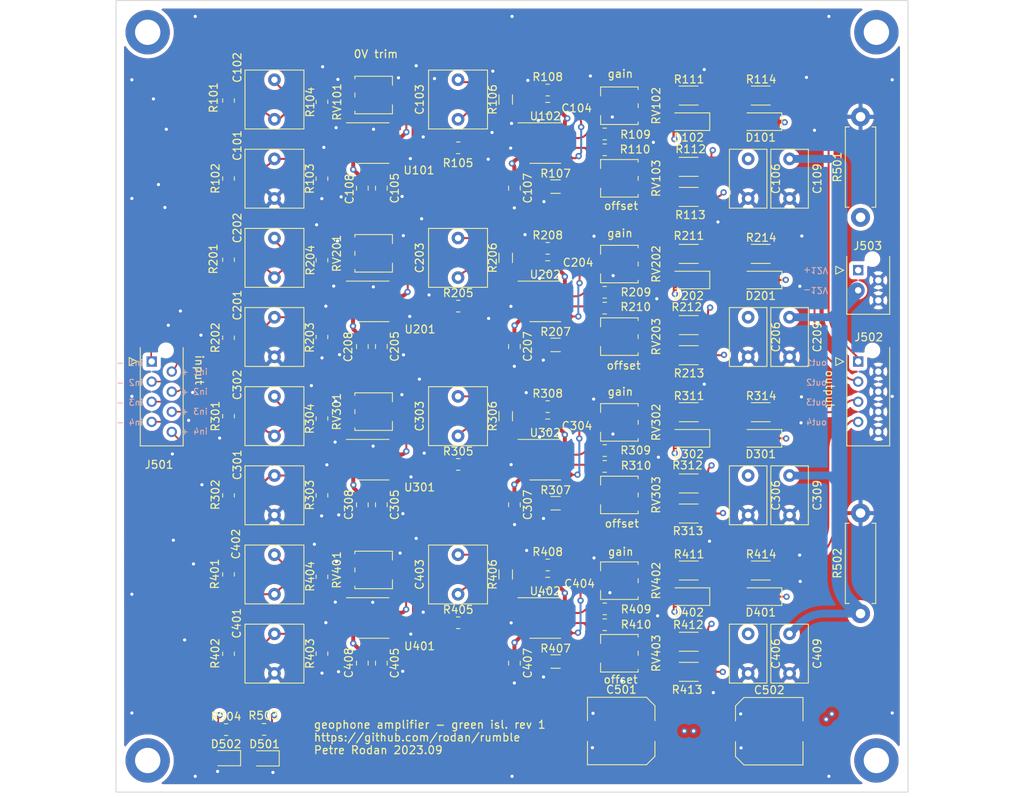
<source format=kicad_pcb>
(kicad_pcb (version 20221018) (generator pcbnew)
  (layers (0 "F.Cu" signal) (1 "In1.Cu" signal) (2 "In2.Cu" signal) (31 "B.Cu" signal) (34 "B.Paste" user) (35 "F.Paste" user) (36 "B.SilkS" user "B.Silkscreen") (37 "F.SilkS" user "F.Silkscreen") (38 "B.Mask" user) (39 "F.Mask" user) (44 "Edge.Cuts" user))
  (net 0 "")
  (net 1 "GND")
  (net 2 "+12V")
  (net 3 "-12V")
  (net 4 "in1_+")
  (net 5 "in1_-")
  (net 6 "out1")
  (net 7 "Net-(U101-+)")
  (net 8 "Net-(U101--)")
  (net 9 "Net-(U102A--)")
  (net 10 "Net-(D101-A)")
  (net 11 "Net-(U102B--)")
  (net 12 "Net-(U102B-+)")
  (net 13 "Net-(R113-Pad1)")
  (net 14 "Net-(U101-TRIM8)")
  (net 15 "Net-(U101-TRIM1)")
  (net 17 "Net-(U201-+)")
  (net 18 "Net-(U201--)")
  (net 19 "Net-(U202A--)")
  (net 20 "Net-(U301-+)")
  (net 21 "Net-(U301--)")
  (net 22 "Net-(U302A--)")
  (net 23 "Net-(R112-Pad2)")
  (net 24 "Net-(U401-+)")
  (net 25 "Net-(U401--)")
  (net 26 "Net-(U402A--)")
  (net 27 "Net-(D201-A)")
  (net 28 "Net-(D301-A)")
  (net 29 "Net-(D401-A)")
  (net 30 "in2_-")
  (net 31 "in2_+")
  (net 32 "in3_-")
  (net 33 "in3_+")
  (net 34 "in4_-")
  (net 35 "in4_+")
  (net 36 "out2")
  (net 37 "out3")
  (net 38 "out4")
  (net 39 "Net-(U202B--)")
  (net 40 "Net-(U202B-+)")
  (net 41 "Net-(R209-Pad2)")
  (net 42 "Net-(R210-Pad2)")
  (net 43 "Net-(R211-Pad1)")
  (net 44 "Net-(R212-Pad2)")
  (net 45 "Net-(R213-Pad1)")
  (net 46 "Net-(U302B--)")
  (net 47 "Net-(U302B-+)")
  (net 48 "Net-(R309-Pad2)")
  (net 49 "Net-(R310-Pad2)")
  (net 50 "Net-(R311-Pad1)")
  (net 51 "Net-(R312-Pad2)")
  (net 52 "Net-(R313-Pad1)")
  (net 53 "Net-(U402B--)")
  (net 54 "Net-(U402B-+)")
  (net 55 "Net-(R409-Pad2)")
  (net 56 "Net-(R410-Pad2)")
  (net 57 "Net-(R411-Pad1)")
  (net 58 "Net-(R412-Pad2)")
  (net 59 "Net-(R413-Pad1)")
  (net 60 "Net-(U201-TRIM1)")
  (net 61 "Net-(U201-TRIM8)")
  (net 62 "Net-(U301-TRIM1)")
  (net 63 "Net-(U301-TRIM8)")
  (net 64 "Net-(U401-TRIM1)")
  (net 65 "Net-(U401-TRIM8)")
  (net 69 "Net-(C102-Pad2)")
  (net 70 "Net-(C103-Pad2)")
  (net 71 "Net-(C202-Pad2)")
  (net 72 "Net-(C203-Pad2)")
  (net 73 "Net-(C302-Pad2)")
  (net 74 "Net-(C303-Pad2)")
  (net 75 "Net-(C402-Pad2)")
  (net 76 "Net-(C403-Pad2)")
  (net 77 "Net-(R109-Pad2)")
  (net 78 "Net-(R110-Pad2)")
  (net 79 "Net-(R111-Pad1)")
  (net 80 "Net-(D501-A)")
  (net 81 "Net-(D502-K)")
  (footprint "Package_SO:SO-8_3.9x4.9mm_P1.27mm" (layer "F.Cu") (at 154.1924 108)
    (fp_text reference "U302")
    (fp_text value "TL072")
  )
  (footprint "LED_SMD:LED_0805_2012Metric_Pad1.15x1.40mm_HandSolder" (layer "F.Cu") (at 113.8684 145.7072 180)
    (fp_text reference "D502")
    (fp_text value "LED")
  )
  (footprint "Resistor_SMD:R_0805_2012Metric_Pad1.20x1.40mm_HandSolder" (layer "F.Cu") (at 114.2 62.6238 -90)
    (fp_text reference "R101")
    (fp_text value "10k")
  )
  (footprint "Diode_SMD:D_MiniMELF" (layer "F.Cu") (at 181.4 125.3 180)
    (fp_text reference "D401")
    (fp_text value "LL4148")
  )
  (footprint "Capacitor_THT:C_Rect_L7.2mm_W7.2mm_P5.00mm_FKS2_FKP2_MKS2_MKP2" (layer "F.Cu") (at 120 95 90)
    (fp_text reference "C201")
    (fp_text value "1u")
  )
  (footprint "Capacitor_THT:C_Rect_L7.2mm_W4.5mm_P5.00mm_FKS2_FKP2_MKS2_MKP2" (layer "F.Cu") (at 185.0422 130 -90)
    (fp_text reference "C409")
    (fp_text value "100n")
  )
  (footprint "Capacitor_THT:C_Rect_L7.2mm_W7.2mm_P5.00mm_FKS2_FKP2_MKS2_MKP2" (layer "F.Cu") (at 120 135 90)
    (fp_text reference "C401")
    (fp_text value "1u")
  )
  (footprint "Resistor_SMD:R_MELF_MMB-0207" (layer "F.Cu") (at 172.3 114.8)
    (fp_text reference "R313")
    (fp_text value "33k")
  )
  (footprint "Resistor_SMD:R_0805_2012Metric_Pad1.20x1.40mm_HandSolder" (layer "F.Cu") (at 114.2 132.5246 -90)
    (fp_text reference "R402")
    (fp_text value "10k")
  )
  (footprint "Capacitor_SMD:C_0805_2012Metric_Pad1.18x1.45mm_HandSolder" (layer "F.Cu") (at 131.1 93.7 -90)
    (fp_text reference "C208")
    (fp_text value "100n")
  )
  (footprint "Capacitor_SMD:C_0805_2012Metric_Pad1.18x1.45mm_HandSolder" (layer "F.Cu") (at 131.1 113.7 -90)
    (fp_text reference "C308")
    (fp_text value "100n")
  )
  (footprint "Resistor_SMD:R_0805_2012Metric_Pad1.20x1.40mm_HandSolder" (layer "F.Cu") (at 154.5 101.3)
    (fp_text reference "R308")
    (fp_text value "1k")
  )
  (footprint "Resistor_SMD:R_MiniMELF_MMA-0204" (layer "F.Cu") (at 155.5 113.5)
    (fp_text reference "R307")
    (fp_text value "3k3")
  )
  (footprint "Resistor_SMD:R_MELF_MMB-0207" (layer "F.Cu") (at 181.4 62)
    (fp_text reference "R114")
    (fp_text value "470")
  )
  (footprint "Resistor_SMD:R_0805_2012Metric_Pad1.20x1.40mm_HandSolder" (layer "F.Cu") (at 161.7 86.85)
    (fp_text reference "R209")
    (fp_text value "5k6")
  )
  (footprint "Capacitor_THT:C_Rect_L7.2mm_W4.5mm_P5.00mm_FKS2_FKP2_MKS2_MKP2" (layer "F.Cu") (at 185.0422 70 -90)
    (fp_text reference "C109")
    (fp_text value "100n")
  )
  (footprint "Diode_SMD:D_MiniMELF" (layer "F.Cu") (at 181.4 105.3 180)
    (fp_text reference "D301")
    (fp_text value "LL4148")
  )
  (footprint "Resistor_SMD:R_MELF_MMB-0207" (layer "F.Cu") (at 172.3 82)
    (fp_text reference "R211")
    (fp_text value "470")
  )
  (footprint "Resistor_SMD:R_0805_2012Metric_Pad1.20x1.40mm_HandSolder" (layer "F.Cu") (at 143.2 108.6)
    (fp_text reference "R305")
    (fp_text value "1k")
  )
  (footprint "Resistor_SMD:R_MELF_MMB-0207" (layer "F.Cu") (at 172.3 102)
    (fp_text reference "R311")
    (fp_text value "470")
  )
  (footprint "Capacitor_SMD:C_0805_2012Metric_Pad1.18x1.45mm_HandSolder" (layer "F.Cu") (at 154.5 63.6 180)
    (fp_text reference "C104")
    (fp_text value "100n")
  )
  (footprint "Resistor_SMD:R_MiniMELF_MMA-0204" (layer "F.Cu") (at 155.5 73.5)
    (fp_text reference "R107")
    (fp_text value "3k3")
  )
  (footprint "Package_SO:SO-8_3.9x4.9mm_P1.27mm" (layer "F.Cu") (at 132.5262 108)
    (fp_text reference "U301")
    (fp_text value "OP27")
  )
  (footprint "Capacitor_THT:C_Rect_L7.2mm_W7.2mm_P5.00mm_FKS2_FKP2_MKS2_MKP2" (layer "F.Cu") (at 120 65 90)
    (fp_text reference "C102")
    (fp_text value "1u")
  )
  (footprint "Resistor_SMD:R_0805_2012Metric_Pad1.20x1.40mm_HandSolder" (layer "F.Cu") (at 143.2 88.6)
    (fp_text reference "R205")
    (fp_text value "1k")
  )
  (footprint "Potentiometer_SMD:Potentiometer_Bourns_3314G_Vertical" (layer "F.Cu") (at 132.5262 81.9286 90)
    (fp_text reference "RV201")
    (fp_text value "10k")
  )
  (footprint "Potentiometer_SMD:Potentiometer_Bourns_3314G_Vertical" (layer "F.Cu") (at 163.5508 83.2842 -90)
    (fp_text reference "RV202")
    (fp_text value "50k")
  )
  (footprint "Capacitor_SMD:C_0805_2012Metric_Pad1.18x1.45mm_HandSolder" (layer "F.Cu") (at 131.1 73.7 -90)
    (fp_text reference "C108")
    (fp_text value "100n")
  )
  (footprint "Capacitor_SMD:C_0805_2012Metric_Pad1.18x1.45mm_HandSolder" (layer "F.Cu") (at 131.1 133.7 -90)
    (fp_text reference "C408")
    (fp_text value "100n")
  )
  (footprint "Connector_TE-Connectivity:TE_Micro-MaTch_215079-4_2x02_P1.27mm_Vertical" (layer "F.Cu") (at 193.7 84.0614)
    (fp_text reference "J503")
    (fp_text value "Conn_01x04_Pin")
  )
  (footprint "Capacitor_THT:C_Rect_L7.2mm_W7.2mm_P5.00mm_FKS2_FKP2_MKS2_MKP2" (layer "F.Cu") (at 143.1806 105 90)
    (fp_text reference "C303")
    (fp_text value "1u")
  )
  (footprint "Resistor_SMD:R_0805_2012Metric_Pad1.20x1.40mm_HandSolder" (layer "F.Cu") (at 126 82.8 -90)
    (fp_text reference "R204")
    (fp_text value "100k")
  )
  (footprint "Resistor_SMD:R_0805_2012Metric_Pad1.20x1.40mm_HandSolder" (layer "F.Cu") (at 143.2 128.6)
    (fp_text reference "R405")
    (fp_text value "1k")
  )
  (footprint "Resistor_THT:R_Axial_DIN0411_L9.9mm_D3.6mm_P12.70mm_Horizontal" (layer "F.Cu") (at 194 127.4446 90)
    (fp_text reference "R502")
    (fp_text value "100")
  )
  (footprint "Resistor_SMD:R_MELF_MMB-0207" (layer "F.Cu") (at 172.3 94.8)
    (fp_text reference "R213")
    (fp_text value "33k")
  )
  (footprint "Capacitor_THT:C_Rect_L7.2mm_W7.2mm_P5.00mm_FKS2_FKP2_MKS2_MKP2" (layer "F.Cu") (at 143.1806 85 90)
    (fp_text reference "C203")
    (fp_text value "1u")
  )
  (footprint "MountingHole:MountingHole_3.2mm_M3_DIN965_Pad_TopBottom" (layer "F.Cu") (at 104 146)
    (fp_text reference "REF**" hide)
    (fp_text value "MountingHole_3.2mm_M3_DIN965_Pad_TopBottom")
  )
  (footprint "Potentiometer_SMD:Potentiometer_Bourns_3314G_Vertical" (layer "F.Cu") (at 132.5262 121.9286 90)
    (fp_text reference "RV401")
    (fp_text value "10k")
  )
  (footprint "Resistor_SMD:R_MELF_MMB-0207" (layer "F.Cu") (at 172.3 122)
    (fp_text reference "R411")
    (fp_text value "470")
  )
  (footprint "Connector_TE-Connectivity:TE_Micro-MaTch_215079-8_2x04_P1.27mm_Vertical" (layer "F.Cu") (at 104.5 95.6)
    (fp_text reference "J501")
    (fp_text value "input")
  )
  (footprint "Potentiometer_SMD:Potentiometer_Bourns_3314G_Vertical" (layer "F.Cu") (at 163.5508 72.4536 -90)
    (fp_text reference "RV103")
    (fp_text value "5k")
  )
  (footprint "Capacitor_SMD:C_0805_2012Metric_Pad1.18x1.45mm_HandSolder" (layer "F.Cu") (at 133.5 73.7 -90)
    (fp_text reference "C105")
    (fp_text value "100n")
  )
  (footprint "Resistor_SMD:R_0805_2012Metric_Pad1.20x1.40mm_HandSolder" (layer "F.Cu") (at 114.2 122.4916 -90)
    (fp_text reference "R401")
    (fp_text value "10k")
  )
  (footprint "Resistor_SMD:R_MELF_MMB-0207" (layer "F.Cu") (at 172.3 62)
    (fp_text reference "R111")
    (fp_text value "470")
  )
  (footprint "Capacitor_THT:C_Rect_L7.2mm_W4.5mm_P5.00mm_FKS2_FKP2_MKS2_MKP2" (layer "F.Cu") (at 179.8098 130 -90)
    (fp_text reference "C406")
    (fp_text value "100n")
  )
  (footprint "Resistor_SMD:R_MELF_MMB-0207" (layer "F.Cu") (at 181.4 122)
    (fp_text reference "R414")
    (fp_text value "470")
  )
  (footprint "Package_SO:SO-8_3.9x4.9mm_P1.27mm" (layer "F.Cu") (at 154.1924 68)
    (fp_text reference "U102")
    (fp_text value "TL072")
  )
  (footprint "Resistor_SMD:R_0805_2012Metric_Pad1.20x1.40mm_HandSolder" (layer "F.Cu") (at 114.2 102.5018 90)
    (fp_text reference "R301")
    (fp_text value "10k")
  )
  (footprint "Capacitor_THT:C_Rect_L7.2mm_W7.2mm_P5.00mm_FKS2_FKP2_MKS2_MKP2" (layer "F.Cu") (at 120 75 90)
    (fp_text reference "C101")
    (fp_text value "1u")
  )
  (footprint "Package_SO:SO-8_3.9x4.9mm_P1.27mm" (layer "F.Cu") (at 132.5262 88)
    (fp_text reference "U201")
    (fp_text value "OP27")
  )
  (footprint "Resistor_SMD:R_0805_2012Metric_Pad1.20x1.40mm_HandSolder" (layer "F.Cu") (at 126 102.8 -90)
    (fp_text reference "R304")
    (fp_text value "100k")
  )
  (footprint "Resistor_SMD:R_0805_2012Metric_Pad1.20x1.40mm_HandSolder" (layer "F.Cu") (at 118.6944 142.075 180)
    (fp_text reference "R503")
    (fp_text value "100k")
  )
  (footprint "Potentiometer_SMD:Potentiometer_Bourns_3314G_Vertical" (layer "F.Cu") (at 163.5508 112.4536 -90)
    (fp_text reference "RV303")
    (fp_text value "5k")
  )
  (footprint "Resistor_SMD:R_MELF_MMB-0207" (layer "F.Cu") (at 172.3 131 180)
    (fp_text reference "R412")
    (fp_text value "33k")
  )
  (footprint "Capacitor_SMD:C_0805_2012Metric_Pad1.18x1.45mm_HandSolder" (layer "F.Cu") (at 150.3 113.7 -90)
    (fp_text reference "C307")
    (fp_text value "100n")
  )
  (footprint "Resistor_SMD:R_0805_2012Metric_Pad1.20x1.40mm_HandSolder" (layer "F.Cu") (at 154.5 61.3)
    (fp_text reference "R108")
    (fp_text value "1k")
  )
  (footprint "Resistor_SMD:R_MELF_MMB-0207" (layer "F.Cu") (at 172.3 111 180)
    (fp_text reference "R312")
    (fp_text value "33k")
  )
  (footprint "Resistor_SMD:R_MELF_MMB-0207" (layer "F.Cu") (at 172.3 91 180)
    (fp_text reference "R212")
    (fp_text value "33k")
  )
  (footprint "Capacitor_SMD:C_Elec_8x10.2" (layer "F.Cu") (at 163.7794 142.2782 180)
    (fp_text reference "C501")
    (fp_text value "220u")
  )
  (footprint "Resistor_SMD:R_MELF_MMB-0207" (layer "F.Cu") (at 172.3 71 180)
    (fp_text reference "R112")
    (fp_text value "33k")
  )
  (footprint "Capacitor_SMD:C_0805_2012Metric_Pad1.18x1.45mm_HandSolder" (layer "F.Cu") (at 154.5 83.6 180)
    (fp_text reference "C204")
    (fp_text value "100n")
  )
  (footprint "Capacitor_THT:C_Rect_L7.2mm_W7.2mm_P5.00mm_FKS2_FKP2_MKS2_MKP2" (layer "F.Cu") (at 143.1806 125 90)
    (fp_text reference "C403")
    (fp_text value "1u")
  )
  (footprint "Potentiometer_SMD:Potentiometer_Bourns_3314G_Vertical" (layer "F.Cu") (at 163.5508 132.4536 -90)
    (fp_text reference "RV403")
    (fp_text value "5k")
  )
  (footprint "LED_SMD:LED_0805_2012Metric_Pad1.15x1.40mm_HandSolder" (layer "F.Cu") (at 118.7452 145.7326 180)
    (fp_text reference "D501")
    (fp_text value "LED")
  )
  (footprint "Resistor_SMD:R_0805_2012Metric_Pad1.20x1.40mm_HandSolder" (layer "F.Cu") (at 114.2 82.7406 -90)
    (fp_text reference "R201")
    (fp_text value "10k")
  )
  (footprint "Diode_SMD:D_MiniMELF" (layer "F.Cu") (at 172.3 125.3 180)
    (fp_text reference "D402")
    (fp_text value "LL4148")
  )
  (footprint "Diode_SMD:D_MiniMELF" (layer "F.Cu") (at 181.4 65.3 180)
    (fp_text reference "D101")
    (fp_text value "LL4148")
  )
  (footprint "Capacitor_SMD:C_0805_2012Metric_Pad1.18x1.45mm_HandSolder" (layer "F.Cu") (at 154.5 103.6 180)
    (fp_text reference "C304")
    (fp_text value "100n")
  )
  (footprint "Resistor_SMD:R_0805_2012Metric_Pad1.20x1.40mm_HandSolder" (layer "F.Cu") (at 114.2 92.5958 90)
    (fp_text reference "R202")
    (fp_text value "10k")
  )
  (footprint "Potentiometer_SMD:Potentiometer_Bourns_3314G_Vertical" (layer "F.Cu") (at 163.5508 92.4536 -90)
    (fp_text reference "RV203")
    (fp_text value "5k")
  )
  (footprint "Potentiometer_SMD:Potentiometer_Bourns_3314G_Vertical" (layer "F.Cu") (at 132.5262 61.9286 90)
    (fp_text reference "RV101")
    (fp_text value "10k")
  )
  (footprint "Resistor_SMD:R_0805_2012Metric_Pad1.20x1.40mm_HandSolder" (layer "F.Cu") (at 126 72.5 90)
    (fp_text reference "R103")
    (fp_text value "100k")
  )
  (footprint "Capacitor_SMD:C_0805_2012Metric_Pad1.18x1.45mm_HandSolder" (layer "F.Cu") (at 154.5 123.6 180)
    (fp_text reference "C404")
    (fp_text value "100n")
  )
  (footprint "Resistor_SMD:R_MELF_MMB-0207" (layer "F.Cu") (at 181.4 82)
    (fp_text reference "R214")
    (fp_text value "470")
  )
  (footprint "Resistor_SMD:R_0805_2012Metric_Pad1.20x1.40mm_HandSolder" (layer "F.Cu") (at 161.7 68.85)
    (fp_text reference "R110")
    (fp_text value "82k")
  )
  (footprint "Resistor_SMD:R_0805_2012Metric_Pad1.20x1.40mm_HandSolder" (layer "F.Cu") (at 161.7 66.85)
    (fp_text reference "R109")
    (fp_text value "5k6")
  )
  (footprint "Resistor_SMD:R_0805_2012Metric_Pad1.20x1.40mm_HandSolder" (layer "F.Cu") (at 126 92.5 90)
    (fp_text reference "R203")
    (fp_text value "100k")
  )
  (footprint "Package_SO:SO-8_3.9x4.9mm_P1.27mm" (layer "F.Cu") (at 154.1924 128)
    (fp_text reference "U402")
    (fp_text value "TL072")
  )
  (footprint "Resistor_SMD:R_0805_2012Metric_Pad1.20x1.40mm_HandSolder" (layer "F.Cu") (at 161.7 126.85)
    (fp_text reference "R409")
    (fp_text value "5k6")
  )
  (footprint "Resistor_SMD:R_MiniMELF_MMA-0204" (layer "F.Cu") (at 149.2 82.5 90)
    (fp_text reference "R206")
    (fp_text value "200k")
  )
  (footprint "Capacitor_THT:C_Rect_L7.2mm_W7.2mm_P5.00mm_FKS2_FKP2_MKS2_MKP2" (layer "F.Cu") (at 120 85 90)
    (fp_text reference "C202")
    (fp_text value "1u")
  )
  (footprint "Diode_SMD:D_MiniMELF" (layer "F.Cu") (at 181.4 85.3 180)
    (fp_text reference "D201")
    (fp_text value "LL4148")
  )
  (footprint "Diode_SMD:D_MiniMELF" (layer "F.Cu") (at 172.3 85.3 180)
    (fp_text reference "D202")
    (fp_text value "LL4148")
  )
  (footprint "Resistor_SMD:R_0805_2012Metric_Pad1.20x1.40mm_HandSolder" (layer "F.Cu") (at 126 132.5 90)
    (fp_text reference "R403")
    (fp_text value "100k")
  )
  (footprint "Capacitor_THT:C_Rect_L7.2mm_W7.2mm_P5.00mm_FKS2_FKP2_MKS2_MKP2" (layer "F.Cu") (at 143.1806 65 90)
    (fp_text reference "C103")
    (fp_text value "1u")
  )
  (footprint "Resistor_SMD:R_0805_2012Metric_Pad1.20x1.40mm_HandSolder" (layer "F.Cu") (at 154.5 121.3)
    (fp_text reference "R408")
    (fp_text value "1k")
  )
  (footprint "Capacitor_THT:C_Rect_L7.2mm_W4.5mm_P5.00mm_FKS2_FKP2_MKS2_MKP2" (layer "F.Cu") (at 185.0422 110 -90)
    (fp_text reference "C309")
    (fp_text value "100n")
  )
  (footprint "Resistor_SMD:R_MiniMELF_MMA-0204" (layer "F.Cu") (at 149.2 62.5 90)
    (fp_text reference "R106")
    (fp_text value "200k")
  )
  (footprint "Diode_SMD:D_MiniMELF" (layer "F.Cu") (at 172.3 65.3 180)
    (fp_text reference "D102")
    (fp_text value "LL4148")
  )
  (footprint "Connector_TE-Connectivity:TE_Micro-MaTch_215079-8_2x04_P1.27mm_Vertical" (layer "F.Cu") (at 193.7 95.6)
    (fp_text reference "J502")
    (fp_text value "output")
  )
  (footprint "Capacitor_THT:C_Rect_L7.2mm_W7.2mm_P5.00mm_FKS2_FKP2_MKS2_MKP2" (layer "F.Cu") (at 120 125 90)
    (fp_text reference "C402")
    (fp_text value "1u")
  )
  (footprint "Resistor_SMD:R_MELF_MMB-0207" (layer "F.Cu") (at 172.3 74.8)
    (fp_text reference "R113")
    (fp_text value "33k")
  )
  (footprint "Resistor_SMD:R_MiniMELF_MMA-0204" (layer "F.Cu") (at 155.5 133.5)
    (fp_text reference "R407")
    (fp_text value "3k3")
  )
  (footprint "Resistor_SMD:R_MiniMELF_MMA-0204" (layer "F.Cu") (at 149.2 122.5 90)
    (fp_text reference "R406")
    (fp_text value "200k")
  )
  (footprint "Diode_SMD:D_MiniMELF" (layer "F.Cu") (at 172.3 105.3 180)
    (fp_text reference "D302")
    (fp_text value "LL4148")
  )
  (footprint "Capacitor_SMD:C_0805_2012Metric_Pad1.18x1.45mm_HandSolder" (layer "F.Cu") (at 133.5 113.7 -90)
    (fp_text reference "C305")
    (fp_text value "100n")
  )
  (footprint "Resistor_SMD:R_MiniMELF_MMA-0204" (layer "F.Cu") (at 149.2 102.5 90)
    (fp_text reference "R306")
    (fp_text value "200k")
  )
  (footprint "Capacitor_THT:C_Rect_L7.2mm_W4.5mm_P5.00mm_FKS2_FKP2_MKS2_MKP2" (layer "F.Cu") (at 179.8098 110 -90)
    (fp_text reference "C306")
    (fp_text value "100n")
  )
  (footprint "Resistor_SMD:R_0805_2012Metric_Pad1.20x1.40mm_HandSolder" (layer "F.Cu") (at 114.2 72.479 90)
    (fp_text reference "R102")
    (fp_text value "10k")
  )
  (footprint "Capacitor_SMD:C_0805_2012Metric_Pad1.18x1.45mm_HandSolder" (layer "F.Cu") (at 150.3 133.7 -90)
    (fp_text reference "C407")
    (fp_text value "100n")
  )
  (footprint "Resistor_SMD:R_0805_2012Metric_Pad1.20x1.40mm_HandSolder" (layer "F.Cu") (at 126 62.8 -90)
    (fp_text reference "R104")
    (fp_text value "100k")
  )
  (footprint "Capacitor_THT:C_Rect_L7.2mm_W4.5mm_P5.00mm_FKS2_FKP2_MKS2_MKP2" (layer "F.Cu") (at 179.8098 90 -90)
    (fp_text reference "C206")
    (fp_text value "100n")
  )
  (footprint "Resistor_SMD:R_0805_2012Metric_Pad1.20x1.40mm_HandSolder" (layer "F.Cu") (at 113.8938 142.1004)
    (fp_text reference "R504")
    (fp_text value "100k")
  )
  (footprint "Capacitor_THT:C_Rect_L7.2mm_W4.5mm_P5.00mm_FKS2_FKP2_MKS2_MKP2" (layer "F.Cu") (at 179.8098 70 -90)
    (fp_text reference "C106")
    (fp_text value "100n")
  )
  (footprint "Resistor_SMD:R_0805_2012Metric_Pad1.20x1.40mm_HandSolder" (layer "F.Cu") (at 154.5 81.3)
    (fp_text reference "R208")
    (fp_text value "1k")
  )
  (footprint "Resistor_SMD:R_0805_2012Metric_Pad1.20x1.40mm_HandSolder" (layer "F.Cu") (at 126 122.8 -90)
    (fp_text reference "R404")
    (fp_text value "100k")
  )
  (footprint "Potentiometer_SMD:Potentiometer_Bourns_3314G_Vertical" (layer "F.Cu") (at 132.5262 101.9286 90)
    (fp_text reference "RV301")
    (fp_text value "10k")
  )
  (footprint "Capacitor_SMD:C_0805_2012Metric_Pad1.18x1.45mm_HandSolder" (layer "F.Cu") (at 133.5 133.7 -90)
    (fp_text reference "C405")
    (fp_text value "100n")
  )
  (footprint "Capacitor_SMD:C_0805_2012Metric_Pad1.18x1.45mm_HandSolder" (layer "F.Cu") (at 133.5 93.7 -90)
    (fp_text reference "C205")
    (fp_text value "100n")
  )
  (footprint "Resistor_SMD:R_0805_2012Metric_Pad1.20x1.40mm_HandSolder" (layer "F.Cu") (at 143.2 68.6)
    (fp_text reference "R105")
    (fp_text value "1k")
  )
  (footprint "Capacitor_SMD:C_Elec_8x10.2" (layer "F.Cu") (at 182.4738 142.3036)
    (fp_text reference "C502")
    (fp_text value "220u")
  )
  (footprint "Resistor_SMD:R_0805_2012Metric_Pad1.20x1.40mm_HandSolder" (layer "F.Cu") (at 161.7 88.85)
    (fp_text reference "R210")
    (fp_text value "82k")
  )
  (footprint "Capacitor_THT:C_Rect_L7.2mm_W7.2mm_P5.00mm_FKS2_FKP2_MKS2_MKP2" (layer "F.Cu") (at 120 105 90)
    (fp_text reference "C302")
    (fp_text value "1u")
  )
  (footprint "Resistor_SMD:R_MELF_MMB-0207" (layer "F.Cu") (at 181.4 102)
    (fp_text reference "R314")
    (fp_text value "470")
  )
  (footprint "Resistor_SMD:R_MiniMELF_MMA-0204" (layer "F.Cu") (at 155.5 93.5)
    (fp_text reference "R207")
    (fp_text value "3k3")
  )
  (footprint "Potentiometer_SMD:Potentiometer_Bourns_3314G_Vertical" (layer "F.Cu") (at 163.5508 123.2842 -90)
    (fp_text reference "RV402")
    (fp_text value "50k")
  )
  (footprint "Potentiometer_SMD:Potentiometer_Bourns_3314G_Vertical" (layer "F.Cu") (at 163.5508 63.2842 -90)
    (fp_text reference "RV102")
    (fp_text value "50k")
  )
  (footprint "Potentiometer_SMD:Potentiometer_Bourns_3314G_Vertical" (layer "F.Cu") (at 163.5508 103.2842 -90)
    (fp_text reference "RV302")
    (fp_text value "50k")
  )
  (footprint "Package_SO:SO-8_3.9x4.9mm_P1.27mm" (layer "F.Cu") (at 132.5262 128)
    (fp_text reference "U401")
    (fp_text value "OP27")
  )
  (footprint "MountingHole:MountingHole_3.2mm_M3_DIN965_Pad_TopBottom" (layer "F.Cu") (at 104 54)
    (fp_text reference "REF**" hide)
    (fp_text value "MountingHole_3.2mm_M3_DIN965_Pad_TopBottom")
  )
  (footprint "MountingHole:MountingHole_3.2mm_M3_DIN965_Pad_TopBottom" (layer "F.Cu") (at 196 54)
    (fp_text reference "REF**" hide)
    (fp_text value "MountingHole_3.2mm_M3_DIN965_Pad_TopBottom")
  )
  (footprint "Resistor_SMD:R_0805_2012Metric_Pad1.20x1.40mm_HandSolder" (layer "F.Cu") (at 161.7 128.85)
    (fp_text reference "R410")
    (fp_text value "82k")
  )
  (footprint "MountingHole:MountingHole_3.2mm_M3_DIN965_Pad_TopBottom" (layer "F.Cu") (at 196 146)
    (fp_text reference "REF**" hide)
    (fp_text value "MountingHole_3.2mm_M3_DIN965_Pad_TopBottom")
  )
  (footprint "Resistor_SMD:R_0805_2012Metric_Pad1.20x1.40mm_HandSolder" (layer "F.Cu") (at 161.7 106.85)
    (fp_text reference "R309")
    (fp_text value "5k6")
  )
  (footprint "Capacitor_SMD:C_0805_2012Metric_Pad1.18x1.45mm_HandSolder" (layer "F.Cu") (at 150.3 93.7 -90)
    (fp_text reference "C207")
    (fp_text value "100n")
  )
  (footprint "Resistor_SMD:R_0805_2012Metric_Pad1.20x1.40mm_HandSolder" (layer "F.Cu") (at 126 112.5 90)
    (fp_text reference "R303")
    (fp_text value "100k")
  )
  (footprint "Resistor_SMD:R_0805_2012Metric_Pad1.20x1.40mm_HandSolder" (layer "F.Cu") (at 161.7 108.85)
    (fp_text reference "R310")
    (fp_text value "82k")
  )
  (footprint "Resistor_THT:R_Axial_DIN0411_L9.9mm_D3.6mm_P12.70mm_Horizontal" (layer "F.Cu") (at 194 77.3812 90)
    (fp_text reference "R501")
    (fp_text value "100")
  )
  (footprint "Capacitor_SMD:C_0805_2012Metric_Pad1.18x1.45mm_HandSolder" (layer "F.Cu") (at 150.3 73.7 -90)
    (fp_text reference "C107")
    (fp_text value "100n")
  )
  (footprint "Resistor_SMD:R_MELF_MMB-0207" (layer "F.Cu") (at 172.3 134.8)
    (fp_text reference "R413")
    (fp_text value "33k")
  )
  (footprint "Resistor_SMD:R_0805_2012Metric_Pad1.20x1.40mm_HandSolder" (layer "F.Cu") (at 114.2 112.5094 -90)
    (fp_text reference "R302")
    (fp_text value "10k")
  )
  (footprint "Package_SO:SO-8_3.9x4.9mm_P1.27mm" (layer "F.Cu") (at 154.1924 88)
    (fp_text reference "U202")
    (fp_text value "TL072")
  )
  (footprint "Capacitor_THT:C_Rect_L7.2mm_W4.5mm_P5.00mm_FKS2_FKP2_MKS2_MKP2" (layer "F.Cu") (at 185.0422 90 -90)
    (fp_text reference "C209")
    (fp_text value "100n")
  )
  (footprint "Capacitor_THT:C_Rect_L7.2mm_W7.2mm_P5.00mm_FKS2_FKP2_MKS2_MKP2" (layer "F.Cu") (at 120 115 90)
    (fp_text reference "C301")
    (fp_text value "1u")
  )
  (footprint "Package_SO:SO-8_3.9x4.9mm_P1.27mm" (layer "F.Cu") (at 132.5262 68)
    (fp_text reference "U101")
    (fp_text value "OP27")
  )
  (gr_rect (start 100 50) (end 200 150) (stroke (width 0.1)) (fill none) (layer "Edge.Cuts"))
  (gr_text "in1 +\n\nin2 +\n\nin3 +\n\nin4 +" (at 111.6586 104.8894) (layer "B.SilkS") (effects (font (size 0.78 0.78) (thickness 0.12)) (justify left bottom mirror)))
  (gr_text "-12V\n\n+12V" (at 186.6902 83.6296 180) (layer "B.SilkS") (effects (font (size 0.78 0.78) (thickness 0.12)) (justify left bottom mirror)))
  (gr_text "in1 -\n\nin2 -\n\nin3 -\n\nin4 -" (at 103.5052 103.7464) (layer "B.SilkS") (effects (font (size 0.78 0.78) (thickness 0.12)) (justify left bottom mirror)))
  (gr_text "out1\n\nout2\n\nout3\n\nout4" (at 189.8144 103.721) (layer "B.SilkS") (effects (font (size 0.78 0.78) (thickness 0.12)) (justify left bottom mirror)))
  (gr_text "gain" (at 161.9252 79.972) (layer "F.SilkS") (effects (font (size 1 1)) (justify left bottom)))
  (gr_text "input" (at 109.9314 94.6786 -90) (layer "F.SilkS") (effects (font (size 1 1)) (justify left bottom)))
  (gr_text "offset" (at 161.6204 116.6496) (layer "F.SilkS") (effects (font (size 1 1)) (justify left bottom)))
  (gr_text "gain" (at 161.976 99.9872) (layer "F.SilkS") (effects (font (size 1 1)) (justify left bottom)))
  (gr_text "geophone amplifier - green isl. rev 1\nhttps://github.com/rodan/rumble\nPetre Rodan 2023.09" (at 124.892 145.2754) (layer "F.SilkS") (effects (font (size 1 1)) (justify left bottom)))
  (gr_text "output" (at 189.535 96.5836 -90) (layer "F.SilkS") (effects (font (size 1 1)) (justify left bottom)))
  (gr_text "offset" (at 161.5188 76.5176) (layer "F.SilkS") (effects (font (size 1 1)) (justify left bottom)))
  (gr_text "gain" (at 162.0268 120.2056) (layer "F.SilkS") (effects (font (size 1 1)) (justify left bottom)))
  (gr_text "offset" (at 161.468 136.36) (layer "F.SilkS") (effects (font (size 1 1)) (justify left bottom)))
  (gr_text "offset" (at 161.849 96.6852) (layer "F.SilkS") (effects (font (size 1 1)) (justify left bottom)))
  (gr_text "gain" (at 161.976 59.8298) (layer "F.SilkS") (effects (font (size 1 1)) (justify left bottom)))
  (gr_text "0V trim" (at 129.9212 57.3406) (layer "F.SilkS") (effects (font (size 1 1)) (justify left bottom)))
  (segment (start 153.46475 105.14115) (end 153.467 105.1434) (width 0.25) (layer "F.Cu") (net 1))
  (segment (start 149.8856 128.613) (end 149.8966 128.624) (width 0.25) (layer "F.Cu") (net 1))
  (segment (start 149.861 88.6342) (end 149.8602 88.6334) (width 0.25) (layer "F.Cu") (net 1))
  (segment (start 149.8262 68.635) (end 149.8262 68.3474) (width 0.25) (layer "F.Cu") (net 1))
  (segment (start 149.862931 88.635) (end 151.7174 88.635) (width 0.5) (layer "F.Cu") (net 1))
  (segment (start 149.905743 108.635) (end 151.7174 108.635) (width 0.5) (layer "F.Cu") (net 1))
  (segment (start 153.3146 64.403281) (end 153.3146 65.1384) (width 0.5) (layer "F.Cu") (net 1))
  (segment (start 153.4416 125.1586) (end 153.45205 125.14815) (width 0.25) (layer "F.Cu") (net 1))
  (segment (start 153.46475 85.10055) (end 153.467 85.1028) (width 0.25) (layer "F.Cu") (net 1))
  (segment (start 153.4625 105.135718) (end 153.4625 103.6) (width 0.5) (layer "F.Cu") (net 1))
  (segment (start 153.4625 85.095118) (end 153.4625 83.6) (width 0.5) (layer "F.Cu") (net 1))
  (segment (start 149.8262 68.635) (end 151.7174 68.635) (width 0.5) (layer "F.Cu") (net 1))
  (segment (start 149.8856 108.6232) (end 149.8915 108.6291) (width 0.25) (layer "F.Cu") (net 1))
  (segment (start 153.4625 125.122921) (end 153.4625 123.6) (width 0.5) (layer "F.Cu") (net 1))
  (segment (start 149.923156 128.635) (end 151.7174 128.635) (width 0.5) (layer "F.Cu") (net 1))
  (segment (start 153.4963 63.964618) (end 153.4963 63.589) (width 0.25) (layer "F.Cu") (net 1))
  (via (at 105.3594 73.241) (size 0.8) (drill 0.4) (layers "F.Cu" "B.Cu") (net 1))
  (via (at 107.239 118.1736) (size 0.8) (drill 0.4) (layers "F.Cu" "B.Cu") (net 1))
  (via (at 127.9654 80.3784) (size 0.8) (drill 0.4) (layers "F.Cu" "B.Cu") (net 1))
  (via (at 128.1178 114.9732) (size 0.8) (drill 0.4) (layers "F.Cu" "B.Cu") (net 1))
  (via (at 151.6382 79.5656) (size 0.8) (drill 0.4) (layers "F.Cu" "B.Cu") (net 1))
  (via (at 159.8932 59.525) (size 0.8) (drill 0.4) (layers "F.Cu" "B.Cu") (net 1))
  (via (at 168.4784 107.6834) (size 0.8) (drill 0.4) (layers "F.Cu" "B.Cu") (net 1))
  (via (at 132.512 66.256) (size 0.8) (drill 0.4) (layers "F.Cu" "B.Cu") (net 1))
  (via (at 186.487 103.34) (size 0.8) (drill 0.4) (layers "F.Cu" "B.Cu") (net 1))
  (via (at 174.2696 58.7122) (size 0.8) (drill 0.4) (layers "F.Cu" "B.Cu") (net 1))
  (via (at 151.9938 60.0838) (size 0.8) (drill 0.4) (layers "F.Cu" "B.Cu") (net 1))
  (via (at 137.211 130.0354) (size 0.8) (drill 0.4) (layers "F.Cu" "B.Cu") (net 1))
  (via (at 168.2752 87.6682) (size 0.8) (drill 0.4) (layers "F.Cu" "B.Cu") (net 1))
  (via (at 104.7244 62.4206) (size 0.8) (drill 0.4) (layers "F.Cu" "B.Cu") (net 1))
  (via (at 126.0096 134.963) (size 0.8) (drill 0.4) (layers "F.Cu" "B.Cu") (net 1))
  (via (at 138.7858 67.2212) (size 0.8) (drill 0.4) (layers "F.Cu" "B.Cu") (net 1))
  (via (at 135.8648 119.7992) (size 0.8) (drill 0.4) (layers "F.Cu" "B.Cu") (net 1))
  (via (at 137.8968 117.945) (size 0.8) (drill 0.4) (layers "F.Cu" "B.Cu") (net 1))
  (via (at 188.1888 66.383) (size 0.8) (drill 0.4) (layers "F.Cu" "B.Cu") (net 1))
  (via (at 154.0258 75.4) (size 0.8) (drill 0.4) (layers "F.Cu" "B.Cu") (net 1))
  (via (at 124.6634 98.641) (size 0.8) (drill 0.4) (layers "F.Cu" "B.Cu") (net 1))
  (via (at 153.467 85.1028) (size 0.8) (drill 0.4) (layers "F.Cu" "B.Cu") (net 1))
  (via (at 125.3238 78.321) (size 0.8) (drill 0.4) (layers "F.Cu" "B.Cu") (net 1))
  (via (at 163.8556 135.9536) (size 0.8) (drill 0.4) (layers "F.Cu" "B.Cu") (net 1))
  (via (at 138.5826 77.559) (size 0.8) (drill 0.4) (layers "F.Cu" "B.Cu") (net 1))
  (via (at 128.0162 59.9568) (size 0.8) (drill 0.4) (layers "F.Cu" "B.Cu") (net 1))
  (via (at 160.2234 140.043) (size 0.8) (drill 0.4) (layers "F.Cu" "B.Cu") (net 1))
  (via (at 135.6616 59.7536) (size 0.8) (drill 0.4) (layers "F.Cu" "B.Cu") (net 1))
  (via (at 126.2382 68.542) (size 0.8) (drill 0.4) (layers "F.Cu" "B.Cu") (net 1))
  (via (at 102 140) (size 0.8) (drill 0.4) (layers "F.Cu" "B.Cu") (net 1))
  (via (at 112.827 147.3836) (size 0.8) (drill 0.4) (layers "F.Cu" "B.Cu") (net 1))
  (via (at 119.812 147.5106) (size 0.8) (drill 0.4) (layers "F.Cu" "B.Cu") (net 1))
  (via (at 108.128 89.2176) (size 0.8) (drill 0.4) (layers "F.Cu" "B.Cu") (net 1))
  (via (at 186.5886 79.7434) (size 0.8) (drill 0.4) (layers "F.Cu" "B.Cu") (net 1))
  (via (at 136.1188 74.7396) (size 0.8) (drill 0.4) (layers "F.Cu" "B.Cu") (net 1))
  (via (at 190 52) (size 0.8) (drill 0.4) (layers "F.Cu" "B.Cu") (net 1))
  (via (at 102 60) (size 0.8) (drill 0.4) (layers "F.Cu" "B.Cu") (net 1))
  (via (at 160.3504 120.4088) (size 0.8) (drill 0.4) (layers "F.Cu" "B.Cu") (net 1))
  (via (at 186.3346 86.0934) (size 0.8) (drill 0.4) (layers "F.Cu" "B.Cu") (net 1))
  (via (at 186.5378 100.0634) (size 0.8) (drill 0.4) (layers "F.Cu" "B.Cu") (net 1))
  (via (at 136.195 134.7344) (size 0.8) (drill 0.4) (layers "F.Cu" "B.Cu") (net 1))
  (via (at 139.5224 87.1856) (size 0.8) (drill 0.4) (layers "F.Cu" "B.Cu") (net 1))
  (via (at 149.8856 108.6232) (size 0.8) (drill 0.4) (layers "F.Cu" "B.Cu") (net 1))
  (via (at 198 140) (size 0.8) (drill 0.4) (layers "F.Cu" "B.Cu") (net 1))
  (via (at 167.8434 67.907) (size 0.8) (drill 0.4) (layers "F.Cu" "B.Cu") (net 1))
  (via (at 137.1602 69.9644) (size 0.8) (drill 0.4) (layers "F.Cu" "B.Cu") (net 1))
  (via (at 128.2194 94.7294) (size 0.8) (drill 0.4) (layers "F.Cu" "B.Cu") (net 1))
  (via (at 153.3146 65.1384) (size 0.8) (drill 0.4) (layers "F.Cu" "B.Cu") (net 1))
  (via (at 102 125) (size 0.8) (drill 0.4) (layers "F.Cu" "B.Cu") (net 1))
  (via (at 102 75) (size 0.8) (drill 0.4) (layers "F.Cu" "B.Cu") (net 1))
  (via (at 127.7368 100.6222) (size 0.8) (drill 0.4) (layers "F.Cu" "B.Cu") (net 1))
  (via (at 127.4828 86.068) (size 0.8) (drill 0.4) (layers "F.Cu" "B.Cu") (net 1))
  (via (at 186.3854 123.3806) (size 0.8) (drill 0.4) (layers "F.Cu" "B.Cu") (net 1))
  (via (at 162.357 124.803) (size 0.8) (drill 0.4) (layers "F.Cu" "B.Cu") (net 1))
  (via (at 198 60) (size 0.8) (drill 0.4) (layers "F.Cu" "B.Cu") (net 1))
  (via (at 109.1694 103.0352) (size 0.8) (drill 0.4) (layers "F.Cu" "B.Cu") (net 1))
  (via (at 147.5742 58.9154) (size 0.8) (drill 0.4) (layers "F.Cu" "B.Cu") (net 1))
  (via (at 102 100) (size 0.8) (drill 0.4) (layers "F.Cu" "B.Cu") (net 1))
  (via (at 150.3174 116.1924) (size 0.8) (drill 0.4) (layers "F.Cu" "B.Cu") (net 1))
  (via (at 110.7188 92.2656) (size 0.8) (drill 0.4) (layers "F.Cu" "B.Cu") (net 1))
  (via (at 151.7906 99.53) (size 0.8) (drill 0.4) (layers "F.Cu" "B.Cu") (net 1))
  (via (at 106.1722 76.1366) (size 0.8) (drill 0.4) (layers "F.Cu" "B.Cu") (net 1))
  (via (at 109.6774 99.5046) (size 0.8) (drill 0.4) (layers "F.Cu" "B.Cu") (net 1))
  (via (at 146.99 70.0406) (size 0.8) (drill 0.4) (layers "F.Cu" "B.Cu") (net 1))
  (via (at 160.1472 144.3864) (size 0.8) (drill 0.4) (layers "F.Cu" "B.Cu") (net 1))
  (via (at 160.2996 100.3428) (size 0.8) (drill 0.4) (layers "F.Cu" "B.Cu") (net 1))
  (via (at 127.7876 66.0528) (size 0.8) (drill 0.4) (layers "F.Cu" "B.Cu") (net 1))
  (via (at 149.9364 65.5194) (size 0.8) (drill 0.4) (layers "F.Cu" "B.Cu") (net 1))
  (via (at 126.4922 88.608) (size 0.8) (drill 0.4) (layers "F.Cu" "B.Cu") (net 1))
  (via (at 126.4922 128.5876) (size 0.8) (drill 0.4) (layers "F.Cu" "B.Cu") (net 1))
  (via (at 125.9588 115.1002) (size 0.8) (drill 0.4) (layers "F.Cu" "B.Cu") (net 1))
  (via (at 190 148) (size 0.8) (drill 0.4) (layers "F.Cu" "B.Cu") (net 1))
  (via (at 107.112 107.277) (size 0.8) (drill 0.4) (layers "F.Cu" "B.Cu") (net 1))
  (via (at 136.2204 114.8208) (size 0.8) (drill 0.4) (layers "F.Cu" "B.Cu") (net 1))
  (via (at 147.4726 66.6624) (size 0.8) (drill 0.4) (layers "F.Cu" "B.Cu") (net 1))
  (via (at 126.6192 108.6486) (size 0.8) (drill 0.4) (layers "F.Cu" "B.Cu") (net 1))
  (via (at 128.4226 74.7904) (size 0.8) (drill 0.4) (layers "F.Cu" "B.Cu") (net 1))
  (via (at 132.4866 86.1696) (size 0.8) (drill 0.4) (layers "F.Cu" "B.Cu") (net 1))
  (via (at 150.292 136.2076) (size 0.8) (drill 0.4) (layers "F.Cu" "B.Cu") (net 1))
  (via (at 110 148) (size 0.8) (drill 0.4) (layers "F.Cu" "B.Cu") (net 1))
  (via (at 126.0096 95.1358) (size 0.8) (drill 0.4) (layers "F.Cu" "B.Cu") (net 1))
  (via (at 147.0408 90.1574) (size 0.8) (drill 0.4) (layers "F.Cu" "B.Cu") (net 1))
  (via (at 136.0934 99.784) (size 0.8) (drill 0.4) (layers "F.Cu" "B.Cu") (net 1))
  (via (at 162.6618 64.7066) (size 0.8) (drill 0.4) (layers "F.Cu" "B.Cu") (net 1))
  (via (at 149.8856 128.613) (size 0.8) (drill 0.4) (layers "F.Cu" "B.Cu") (net 1))
  (via (at 150 52) (size 0.8) (drill 0.4) (layers "F.Cu" "B.Cu") (net 1))
  (via (at 162.738 104.7624) (size 0.8) (drill 0.4) (layers "F.Cu" "B.Cu") (net 1))
  (via (at 132.4612 106.2864) (size 0.8) (drill 0.4) (layers "F.Cu" "B.Cu") (net 1))
  (via (at 178.9178 144.4118) (size 0.8) (drill 0.4) (layers "F.Cu" "B.Cu") (net 1))
  (via (at 175.4126 137.4268) (size 0.8) (drill 0.4) (layers "F.Cu" "B.Cu") (net 1))
  (via (at 108.6614 130.772) (size 0.8) (drill 0.4) (layers "F.Cu" "B.Cu") (net 1))
  (via (at 150 148) (size 0.8) (drill 0.4) (layers "F.Cu" "B.Cu") (net 1))
  (via (at 127.8384 120.866) (size 0.8) (drill 0.4) (layers "F.Cu" "B.Cu") (net 1))
  (via (at 153.975 115.4304) (size 0.8) (drill 0.4) (layers "F.Cu" "B.Cu") (net 1))
  (via (at 132.4104 126.0222) (size 0.8) (drill 0.4) (layers "F.Cu" "B.Cu") (net 1))
  (via (at 178.867 140.1192) (size 0.8) (drill 0.4) (layers "F.Cu" "B.Cu") (net 1))
  (via (at 150.292 96.2026) (size 0.8) (drill 0.4) (layers "F.Cu" "B.Cu") (net 1))
  (via (at 198 100) (size 0.8) (drill 0.4) (layers "F.Cu" "B.Cu") (net 1))
  (via (at 187.1728 59.7028) (size 0.8) (drill 0.4) (layers "F.Cu" "B.Cu") (net 1))
  (via (at 137.2364 110.1726) (size 0.8) (drill 0.4) (layers "F.Cu" "B.Cu") (net 1))
  (via (at 186.3092 120.0532) (size 0.8) (drill 0.4) (layers "F.Cu" "B.Cu") (net 1))
  (via (at 110.8458 111.1632) (size 0.8) (drill 0.4) (layers "F.Cu" "B.Cu") (net 1))
  (via (at 128.0924 134.7852) (size 0.8) (drill 0.4) (layers "F.Cu" "B.Cu") (net 1))
  (via (at 149.8602 88.6334) (size 0.8) (drill 0.4) (layers "F.Cu" "B.Cu") (net 1))
  (via (at 137.8968 58.2296) (size 0.8) (drill 0.4) (layers "F.Cu" "B.Cu") (net 1))
  (via (at 153.4416 125.1586) (size 0.8) (drill 0.4) (layers "F.Cu" "B.Cu") (net 1))
  (via (at 138.3032 97.8282) (size 0.8) (drill 0.4) (layers "F.Cu" "B.Cu") (net 1))
  (via (at 160.3504 79.7688) (size 0.8) (drill 0.4) (layers "F.Cu" "B.Cu") (net 1))
  (via (at 168.3768 127.724) (size 0.8) (drill 0.4) (layers "F.Cu" "B.Cu") (net 1))
  (via (at 138.9128 107.1754) (size 0.8) (drill 0.4) (layers "F.Cu" "B.Cu") (net 1))
  (via (at 174.2696 98.4632) (size 0.8) (drill 0.4) (layers "F.Cu" "B.Cu") (net 1))
  (via (at 153.9496 95.4152) (size 0.8) (drill 0.4) (layers "F.Cu" "B.Cu") (net 1))
  (via (at 138.7858 127.2668) (size 0.8) (drill 0.4) (layers "F.Cu" "B.Cu") (net 1))
  (via (at 136.2966 94.7548) (size 0.8) (drill 0.4) (layers "F.Cu" "B.Cu") (net 1))
  (via (at 174.93 118.3006) (size 0.8) (drill 0.4) (layers "F.Cu" "B.Cu") (net 1))
  (via (at 150.292 76.1874) (size 0.8) (drill 0.4) (layers "F.Cu" "B.Cu") (net 1))
  (via (at 127.6606 105.7784) (size 0.8) (drill 0.4) (layers "F.Cu" "B.Cu") (net 1))
  (via (at 153.467 105.1434) (size 0.8) (drill 0.4) (layers "F.Cu" "B.Cu") (net 1))
  (via (at 126.0858 58.3566) (size 0.8) (drill 0.4) (layers "F.Cu" "B.Cu") (net 1))
  (via (at 127.686 125.9968) (size 0.8) (drill 0.4) (layers "F.Cu" "B.Cu") (net 1))
  (via (at 106.35 66.256) (size 0.8) (drill 0.4) (layers "F.Cu" "B.Cu") (net 1))
  (via (at 136.2712 79.6926) (size 0.8) (drill 0.4) (layers "F.Cu" "B.Cu") (net 1))
  (via (at 109.779 121.1708) (size 0.8) (drill 0.4) (layers "F.Cu" "B.Cu") (net 1))
  (via (at 162.7634 84.7472) (size 0.8) (drill 0.4) (layers "F.Cu" "B.Cu") (net 1))
  (via (at 106.604 91.021) (size 0.8) (drill 0.4) (layers "F.Cu" "B.Cu") (net 1))
  (via (at 149.8262 68.635) (size 0.8) (drill 0.4) (layers "F.Cu" "B.Cu") (net 1))
  (via (at 125.0444 118.6816) (size 0.8) (drill 0.4) (layers "F.Cu" "B.Cu") (net 1))
  (via (at 137.084 89.9034) (size 0.8) (drill 0.4) (layers "F.Cu" "B.Cu") (net 1))
  (via (at 175.9968 77.9654) (size 0.8) (drill 0.4) (layers "F.Cu" "B.Cu") (net 1))
  (via (at 153.975 135.4456) (size 0.8) (drill 0.4) (layers "F.Cu" "B.Cu") (net 1))
  (via (at 113.081 105.2704) (size 0.8) (drill 0.4) (layers "F.Cu" "B.Cu") (net 1))
  (via (at 140.2082 59.8552) (size 0.8) (drill 0.4) (layers "F.Cu" "B.Cu") (net 1))
  (via (at 151.8414 119.469) (size 0.8) (drill 0.4) (layers "F.Cu" "B.Cu") (net 1))
  (via (at 110 52) (size 0.8) (drill 0.4) (layers "F.Cu" "B.Cu") (net 1))
  (via (at 125.9842 75.019) (size 0.8) (drill 0.4) (layers "F.Cu" "B.Cu") (net 1))
  (arc (start 153.4625 125.122921) (mid 153.459784 125.136574) (end 153.45205 125.14815) (width 0.5) (layer "F.Cu") (net 1))
  (arc (start 149.861 88.6342) (mid 149.861886 88.634792) (end 149.862931 88.635) (width 0.25) (layer "F.Cu") (net 1))
  (arc (start 153.40545 64.18395) (mid 153.338211 64.284579) (end 153.3146 64.403281) (width 0.5) (layer "F.Cu") (net 1))
  (arc (start 153.4625 105.135718) (mid 153.463084 105.138657) (end 153.46475 105.14115) (width 0.5) (layer "F.Cu") (net 1))
  (arc (start 153.4963 63.964618) (mid 153.472688 64.083319) (end 153.40545 64.18395) (width 0.25) (layer "F.Cu") (net 1))
  (arc (start 153.4625 85.095118) (mid 153.463084 85.098057) (end 153.46475 85.10055) (width 0.5) (layer "F.Cu") (net 1))
  (arc (start 149.8966 128.624) (mid 149.908784 128.632141) (end 149.923156 128.635) (width 0.25) (layer "F.Cu") (net 1))
  (arc (start 149.8915 108.6291) (mid 149.898034 108.633466) (end 149.905743 108.635) (width 0.25) (layer "F.Cu") (net 1))
  (segment (start 136.6552 65.6845) (end 136.6552 66.6116) (width 0.25) (layer "F.Cu") (net 2))
  (segment (start 184.5566 85.2806) (end 184.5469 85.2903) (width 0.25) (layer "F.Cu") (net 2))
  (segment (start 135.6092 87.365) (end 134.5932 87.365) (width 0.5) (layer "F.Cu") (net 2))
  (segment (start 174.75 89.22316) (end 174.75 91) (width 0.25) (layer "F.Cu") (net 2))
  (segment (start 175.184 108.7248) (end 174.967 108.9418) (width 0.25) (layer "F.Cu") (net 2))
  (segment (start 133.4518 67.850565) (end 133.4518 72.6861) (width 0.5) (layer "F.Cu") (net 2))
  (segment (start 184.284904 65.3) (end 183.15 65.3) (width 0.5) (layer "F.Cu") (net 2))
  (segment (start 136.83 84.581102) (end 136.83 86.761239) (width 0.25) (layer "F.Cu") (net 2))
  (segment (start 135.938287 107.365) (end 135.6016 107.365) (width 0.5) (layer "F.Cu") (net 2))
  (segment (start 156.9752 64.8844) (end 156.8213 65.0383) (width 0.5) (layer "F.Cu") (net 2))
  (segment (start 156.9752 64.8844) (end 155.71816 63.62736) (width 0.5) (layer "F.Cu") (net 2))
  (segment (start 136.6268 126.9112) (end 136.3999 127.1381) (width 0.5) (layer "F.Cu") (net 2))
  (segment (start 156.6674 65.409847) (end 156.6674 65.7734) (width 0.5) (layer "F.Cu") (net 2))
  (segment (start 184.6527 125.3055) (end 184.6582 125.311) (width 0.25) (layer "F.Cu") (net 2))
  (segment (start 135.6092 87.365) (end 135.847937 87.365) (width 0.5) (layer "F.Cu") (net 2))
  (segment (start 136.5244 87.0848) (end 136.8046 86.8046) (width 0.5) (layer "F.Cu") (net 2))
  (segment (start 135.9642 102.6166) (end 135.2762 101.9286) (width 0.25) (layer "F.Cu") (net 2))
  (segment (start 156.623594 124.686094) (end 155.5375 123.6) (width 0.5) (layer "F.Cu") (net 2))
  (segment (start 184.4184 65.3782) (end 184.3056 65.2654) (width 0.5) (layer "F.Cu") (net 2))
  (segment (start 119.6944 140.5416) (end 119.9644 140.2716) (width 0.25) (layer "F.Cu") (net 2))
  (segment (start 174.75 129.480884) (end 174.75 131) (width 0.25) (layer "F.Cu") (net 2))
  (segment (start 136.173214 67.093585) (end 136.6552 66.6116) (width 0.5) (layer "F.Cu") (net 2))
  (segment (start 156.6674 104.8386) (end 156.6674 104.78425) (width 0.25) (layer "F.Cu") (net 2))
  (segment (start 135.4972 67.3736) (end 135.1012 67.3736) (width 0.25) (layer "F.Cu") (net 2))
  (segment (start 135.788781 63.890981) (end 135.999641 64.101841) (width 0.25) (layer "F.Cu") (net 2))
  (segment (start 175.1732 69.181321) (end 175.1732 71.0566) (width 0.25) (layer "F.Cu") (net 2))
  (segment (start 133.5 88.363998) (end 133.5 92.6625) (width 0.5) (layer "F.Cu") (net 2))
  (segment (start 184.523482 85.3) (end 183.15 85.3) (width 0.25) (layer "F.Cu") (net 2))
  (segment (start 135.0969 67.3693) (end 135.1012 67.365) (width 0.25) (layer "F.Cu") (net 2))
  (segment (start 133.5 128.155731) (end 133.5 132.6625) (width 0.5) (layer "F.Cu") (net 2))
  (segment (start 156.6674 104.8386) (end 156.6674 106.095) (width 0.5) (layer "F.Cu") (net 2))
  (segment (start 135.6016 107.365) (end 134.6008 107.365) (width 0.5) (layer "F.Cu") (net 2))
  (segment (start 174.75 109.465684) (end 174.75 111) (width 0.25) (layer "F.Cu") (net 2))
  (segment (start 136.6522 106.9468) (end 136.6522 104.277578) (width 0.25) (layer "F.Cu") (net 2))
  (segment (start 174.967 128.957) (end 175.184 128.74) (width 0.25) (layer "F.Cu") (net 2))
  (segment (start 135.2762 122.1036) (end 135.2762 121.9286) (width 0.25) (layer "F.Cu") (net 2))
  (segment (start 175.2563 68.9807) (end 175.3394 68.8976) (width 0.25) (layer "F.Cu") (net 2))
  (segment (start 184.4184 65.3782) (end 184.3793 65.3391) (width 0.25) (layer "F.Cu") (net 2))
  (segment (start 156.628968 104.691468) (end 155.5375 103.6) (width 0.5) (layer "F.Cu") (net 2))
  (segment (start 156.616382 84.678882) (end 155.5375 83.6) (width 0.5) (layer "F.Cu") (net 2))
  (segment (start 134.498998 87.365) (end 134.5932 87.365) (width 0.5) (layer "F.Cu") (net 2))
  (segment (start 156.6674 124.8538) (end 156.6674 126.095) (width 0.5) (layer "F.Cu") (net 2))
  (segment (start 172.9234 142.2782) (end 167.3794 142.2782) (width 2) (layer "F.Cu") (net 2))
  (segment (start 133.5 108.389946) (end 133.5 112.6625) (width 0.5) (layer "F.Cu") (net 2))
  (segment (start 156.6674 84.80205) (end 156.6674 84.8742) (width 0.25) (layer "F.Cu") (net 2))
  (segment (start 119.6944 142.075) (end 119.6944 140.5416) (width 0.25) (layer "F.Cu") (net 2))
  (segment (start 134.290731 127.365) (end 134.5653 127.365) (width 0.5) (layer "F.Cu") (net 2))
  (segment (start 184.639421 125.3) (end 183.15 125.3) (width 0.25) (layer "F.Cu") (net 2))
  (segment (start 136.0531 82.7055) (end 135.2762 81.9286) (width 0.25) (layer "F.Cu") (net 2))
  (segment (start 135.6371 127.365) (end 134.5653 127.365) (width 0.5) (layer "F.Cu") (net 2))
  (segment (start 184.571209 105.3) (end 183.15 105.3) (width 0.25) (layer "F.Cu") (net 2))
  (segment (start 135.399943 122.402343) (end 135.9515 122.9539) (width 0.25) (layer "F.Cu") (net 2))
  (segment (start 135.2762 62.6535) (end 135.2762 61.9286) (width 0.25) (layer "F.Cu") (net 2))
  (segment (start 156.6674 84.8742) (end 156.6674 86.095) (width 0.5) (layer "F.Cu") (net 2))
  (segment (start 135.6371 127.365) (end 135.852114 127.365) (width 0.5) (layer "F.Cu") (net 2))
  (segment (start 184.5968 105.3106) (end 184.6074 105.3212) (width 0.25) (layer "F.Cu") (net 2))
  (segment (start 136.6268 124.584218) (end 136.6268 126.9112) (width 0.25) (layer "F.Cu") (net 2))
  (segment (start 133.928765 67.3736) (end 135.086518 67.3736) (width 0.5) (layer "F.Cu") (net 2))
  (segment (start 134.6008 107.365) (end 134.524946 107.365) (width 0.5) (layer "F.Cu") (net 2))
  (segment (start 174.8781 88.9139) (end 175.0062 88.7858) (width 0.25) (layer "F.Cu") (net 2))
  (segment (start 136.6522 106.9468) (end 136.4431 107.1559) (width 0.5) (layer "F.Cu") (net 2))
  (segment (start 136.8046 86.8046) (end 136.8173 86.7919) (width 0.25) (layer "F.Cu") (net 2))
  (segment (start 156.6674 124.8538) (end 156.6674 124.79185) (width 0.25) (layer "F.Cu") (net 2))
  (segment (start 155.62555 63.589) (end 155.5713 63.589) (width 0.25) (layer "F.Cu") (net 2))
  (via (at 184.6582 125.311) (size 0.8) (drill 0.4) (layers "F.Cu" "B.Cu") (net 2))
  (via (at 175.184 128.74) (size 0.8) (drill 0.4) (layers "F.Cu" "B.Cu") (net 2))
  (via (at 156.6674 84.8742) (size 0.8) (drill 0.4) (layers "F.Cu" "B.Cu") (net 2))
  (via (at 175.0062 88.7858) (size 0.8) (drill 0.4) (layers "F.Cu" "B.Cu") (net 2))
  (via (at 156.9752 64.8844) (size 0.8) (drill 0.4) (layers "F.Cu" "B.Cu") (net 2))
  (via (at 175.3394 68.8976) (size 0.8) (drill 0.4) (layers "F.Cu" "B.Cu") (net 2))
  (via (at 119.9644 140.2716) (size 0.8) (drill 0.4) (layers "F.Cu" "B.Cu") (net 2))
  (via (at 136.6552 66.6116) (size 0.8) (drill 0.4) (layers "F.Cu" "B.Cu") (net 2))
  (via (at 136.8046 86.8046) (size 0.8) (drill 0.4) (layers "F.Cu" "B.Cu") (net 2))
  (via (at 171.755 142.2782) (size 0.8) (drill 0.4) (layers "F.Cu" "B.Cu") (net 2))
  (via (at 156.6674 124.8538) (size 0.8) (drill 0.4) (layers "F.Cu" "B.Cu") (net 2))
  (via (at 156.6674 104.8386) (size 0.8) (drill 0.4) (layers "F.Cu" "B.Cu") (net 2))
  (via (at 184.6074 105.3212) (size 0.8) (drill 0.4) (layers "F.Cu" "B.Cu") (net 2))
  (via (at 175.184 108.7248) (size 0.8) (drill 0.4) (layers "F.Cu" "B.Cu") (net 2))
  (via (at 136.6522 106.9468) (size 0.8) (drill 0.4) (layers "F.Cu" "B.Cu") (net 2))
  (via (at 184.5566 85.2806) (size 0.8) (drill 0.4) (layers "F.Cu" "B.Cu") (net 2))
  (via (at 136.6268 126.9112) (size 0.8) (drill 0.4) (layers "F.Cu" "B.Cu") (net 2))
  (via (at 172.9234 142.2782) (size 0.8) (drill 0.4) (layers "F.Cu" "B.Cu") (net 2))
  (via (at 184.4184 65.3782) (size 0.8) (drill 0.4) (layers "F.Cu" "B.Cu") (net 2))
  (arc (start 134.290731 127.365) (mid 133.988131 127.42519) (end 133.7316 127.5966) (width 0.5) (layer "F.Cu") (net 2))
  (arc (start 174.967 108.9418) (mid 174.806396 109.18216) (end 174.75 109.465684) (width 0.25) (layer "F.Cu") (net 2))
  (arc (start 135.9642 102.6166) (mid 136.473394 103.378663) (end 136.6522 104.277578) (width 0.25) (layer "F.Cu") (net 2))
  (arc (start 134.498998 87.365) (mid 134.116698 87.441044) (end 133.7926 87.6576) (width 0.5) (layer "F.Cu") (net 2))
  (arc (start 135.2762 62.6535) (mid 135.409415 63.32322) (end 135.788781 63.890981) (width 0.25) (layer "F.Cu") (net 2))
  (arc (start 136.4431 107.1559) (mid 136.21149 107.310656) (end 135.938287 107.365) (width 0.5) (layer "F.Cu") (net 2))
  (arc (start 174.967 128.957) (mid 174.806396 129.19736) (end 174.75 129.480884) (width 0.25) (layer "F.Cu") (net 2))
  (arc (start 136.3999 127.1381) (mid 136.148573 127.30603) (end 135.852114 127.365) (width 0.5) (layer "F.Cu") (net 2))
  (arc (start 133.7316 127.5966) (mid 133.56019 127.853131) (end 133.5 128.155731) (width 0.5) (layer "F.Cu") (net 2))
  (arc (start 155.71816 63.62736) (mid 155.67567 63.598969) (end 155.62555 63.589) (width 0.5) (layer "F.Cu") (net 2))
  (arc (start 135.9515 122.9539) (mid 136.451295 123.701896) (end 136.6268 124.584218) (width 0.25) (layer "F.Cu") (net 2))
  (arc (start 136.83 86.761239) (mid 136.826699 86.777832) (end 136.8173 86.7919) (width 0.25) (layer "F.Cu") (net 2))
  (arc (start 133.928765 67.3736) (mid 133.746238 67.409906) (end 133.5915 67.5133) (width 0.5) (layer "F.Cu") (net 2))
  (arc (start 156.628968 104.691468) (mid 156.657411 104.734036) (end 156.6674 104.78425) (width 0.5) (layer "F.Cu") (net 2))
  (arc (start 136.173214 67.093585) (mid 135.863056 67.300826) (end 135.4972 67.3736) (width 0.5) (layer "F.Cu") (net 2))
  (arc (start 184.3793 65.3391) (mid 184.33599 65.310161) (end 184.284904 65.3) (width 0.25) (layer "F.Cu") (net 2))
  (arc (start 134.524946 107.365) (mid 134.132716 107.443019) (end 133.8002 107.6652) (width 0.5) (layer "F.Cu") (net 2))
  (arc (start 156.616382 84.678882) (mid 156.65414 84.735392) (end 156.6674 84.80205) (width 0.5) (layer "F.Cu") (net 2))
  (arc (start 133.5915 67.5133) (mid 133.488106 67.668038) (end 133.4518 67.850565) (width 0.5) (layer "F.Cu") (net 2))
  (arc (start 184.5968 105.3106) (mid 184.585058 105.302754) (end 184.571209 105.3) (width 0.25) (layer "F.Cu") (net 2))
  (arc (start 133.8002 107.6652) (mid 133.578019 107.997716) (end 133.5 108.389946) (width 0.5) (layer "F.Cu") (net 2))
  (arc (start 136.5244 87.0848) (mid 136.214036 87.292178) (end 135.847937 87.365) (width 0.5) (layer "F.Cu") (net 2))
  (arc (start 175.2563 68.9807) (mid 175.194796 69.072745) (end 175.1732 69.181321) (width 0.25) (layer "F.Cu") (net 2))
  (arc (start 133.7926 87.6576) (mid 133.576044 87.981698) (end 133.5 88.363998) (width 0.5) (layer "F.Cu") (net 2))
  (arc (start 184.5469 85.2903) (mid 184.536155 85.297479) (end 184.523482 85.3) (width 0.25) (layer "F.Cu") (net 2))
  (arc (start 135.2762 122.1036) (mid 135.308359 122.265278) (end 135.399943 122.402343) (width 0.25) (layer "F.Cu") (net 2))
  (arc (start 136.0531 82.7055) (mid 136.62809 83.566033) (end 136.83 84.581102) (width 0.25) (layer "F.Cu") (net 2))
  (arc (start 156.623594 124.686094) (mid 156.656015 124.734615) (end 156.6674 124.79185) (width 0.5) (layer "F.Cu") (net 2))
  (arc (start 135.0969 67.3693) (mid 135.092136 67.372482) (end 135.086518 67.3736) (width 0.25) (layer "F.Cu") (net 2))
  (arc (start 156.8213 65.0383) (mid 156.707397 65.208767) (end 156.6674 65.409847) (width 0.5) (layer "F.Cu") (net 2))
  (arc (start 174.8781 88.9139) (mid 174.783292 89.055789) (end 174.75 89.22316) (width 0.25) (layer "F.Cu") (net 2))
  (arc (start 135.999641 64.101841) (mid 136.484825 64.827971) (end 136.6552 65.6845) (width 0.25) (layer "F.Cu") (net 2))
  (arc (start 184.6527 125.3055) (mid 184.646607 125.301429) (end 184.639421 125.3) (width 0.25) (layer "F.Cu") (net 2))
  (segment (start 150.292 71.089204) (end 150.292 72.7115) (width 0.5) (layer "F.Cu") (net 3))
  (segment (start 130.048868 91.611368) (end 131.1 92.6625) (width 0.5) (layer "F.Cu") (net 3))
  (segment (start 129.9362 89.92) (end 129.9512 89.905) (width 0.25) (layer "F.Cu") (net 3))
  (segment (start 176.7362 94.7774) (end 176.7588 94.7548) (width 0.25) (layer "F.Cu") (net 3))
  (segment (start 150.292 111.1378) (end 150.296 111.1418) (width 0.25) (layer "F.Cu") (net 3))
  (segment (start 129.9212 89.956213) (end 129.9212 91.1226) (width 0.5) (layer "F.Cu") (net 3))
  (segment (start 176.6064 134.8106) (end 176.6011 134.8053) (width 0.25) (layer "F.Cu") (net 3))
  (segment (start 170.55 87.03948) (end 170.55 85.3) (width 0.5) (layer "F.Cu") (net 3))
  (segment (start 151.132254 69.905) (end 151.7174 69.905) (width 0.5) (layer "F.Cu") (net 3))
  (segment (start 176.588304 134.8) (end 174.75 134.8) (width 0.25) (layer "F.Cu") (net 3))
  (segment (start 170.5612 87.0586) (end 170.5556 87.053) (width 0.25) (layer "F.Cu") (net 3))
  (segment (start 151.5711 109.905) (end 151.6174 109.905) (width 0.25) (layer "F.Cu") (net 3))
  (segment (start 131.1 132.50985) (end 131.1 132.6625) (width 0.25) (layer "F.Cu") (net 3))
  (segment (start 176.681638 94.8) (end 174.75 94.8) (width 0.25) (layer "F.Cu") (net 3))
  (segment (start 150.3087 131.1109) (end 150.3174 131.1022) (width 0.25) (layer "F.Cu") (net 3))
  (segment (start 150.3 91.076103) (end 150.3 92.6625) (width 0.5) (layer "F.Cu") (net 3))
  (segment (start 130.094294 111.656794) (end 131.1 112.6625) (width 0.5) (layer "F.Cu") (net 3))
  (segment (start 151.442899 129.9767) (end 151.5457 129.9767) (width 0.25) (layer "F.Cu") (net 3))
  (segment (start 129.952 71.3352) (end 131.082947 72.466147) (width 0.5) (layer "F.Cu") (net 3))
  (segment (start 170.55 127.148398) (end 170.55 125.3) (width 0.5) (layer "F.Cu") (net 3))
  (segment (start 188.936565 141.555834) (end 190.3732 140.1192) (width 2) (layer "F.Cu") (net 3))
  (segment (start 187.1313 142.3036) (end 186.0738 142.3036) (width 0.25) (layer "F.Cu") (net 3))
  (segment (start 151.442899 129.9767) (end 150.3174 131.1022) (width 0.5) (layer "F.Cu") (net 3))
  (segment (start 170.55 107.151159) (end 170.55 105.3) (width 0.5) (layer "F.Cu") (net 3))
  (segment (start 129.9616 111.1782) (end 129.972 111.1886) (width 0.5) (layer "F.Cu") (net 3))
  (segment (start 129.972 111.1886) (end 129.972 111.36155) (width 0.5) (layer "F.Cu") (net 3))
  (segment (start 151.367371 89.996428) (end 150.3174 91.0464) (width 0.5) (layer "F.Cu") (net 3))
  (segment (start 150.3247 70.2395) (end 149.9902 70.574) (width 0.5) (layer "F.Cu") (net 3))
  (segment (start 150.292 111.1378) (end 151.49206 109.937739) (width 0.5) (layer "F.Cu") (net 3))
  (segment (start 129.9466 131.2038) (end 129.9489 131.2015) (width 0.25) (layer "F.Cu") (net 3))
  (segment (start 170.4977 67.4879) (end 170.4977 65.430881) (width 0.5) (layer "F.Cu") (net 3))
  (segment (start 151.367371 89.996428) (end 151.525972 89.996428) (width 0.25) (layer "F.Cu") (net 3))
  (segment (start 170.52385 65.36775) (end 170.55 65.3416) (width 0.5) (layer "F.Cu") (net 3))
  (segment (start 112.8938 140.4588) (end 113.081 140.2716) (width 0.25) (layer "F.Cu") (net 3))
  (segment (start 151.514599 129.905) (end 151.442899 129.9767) (width 0.25) (layer "F.Cu") (net 3))
  (segment (start 151.458799 89.905) (end 151.367371 89.996428) (width 0.25) (layer "F.Cu") (net 3))
  (segment (start 175.710708 74.8158) (end 174.8284 74.8158) (width 0.25) (layer "F.Cu") (net 3))
  (segment (start 129.9512 111.153092) (end 129.9512 109.905) (width 0.5) (layer "F.Cu") (net 3))
  (segment (start 112.8938 142.1004) (end 112.8938 140.4588) (width 0.25) (layer "F.Cu") (net 3))
  (segment (start 176.6041 114.7723) (end 176.6318 114.7446) (width 0.25) (layer "F.Cu") (net 3))
  (segment (start 176.708 74.2316) (end 176.4159 74.5237) (width 0.25) (layer "F.Cu") (net 3))
  (segment (start 150.1411 70.7249) (end 149.9902 70.574) (width 0.5) (layer "F.Cu") (net 3))
  (segment (start 151.5457 129.9767) (end 151.6174 129.905) (width 0.25) (layer "F.Cu") (net 3))
  (segment (start 129.9496 71.336) (end 129.9504 71.3352) (width 0.25) (layer "F.Cu") (net 3))
  (segment (start 150.3174 91.0464) (end 150.3087 91.0551) (width 0.25) (layer "F.Cu") (net 3))
  (segment (start 150.3 131.131903) (end 150.3 132.6625) (width 0.5) (layer "F.Cu") (net 3))
  (segment (start 170.5104 127.216) (end 170.5302 127.1962) (width 0.25) (layer "F.Cu") (net 3))
  (segment (start 151.525972 89.996428) (end 151.6174 89.905) (width 0.25) (layer "F.Cu") (net 3))
  (segment (start 176.537226 114.8) (end 174.75 114.8) (width 0.25) (layer "F.Cu") (net 3))
  (segment (start 129.9512 71.333268) (end 129.9512 69.9136) (width 0.5) (layer "F.Cu") (net 3))
  (segment (start 129.9512 131.195947) (end 129.9512 129.905) (width 0.5) (layer "F.Cu") (net 3))
  (segment (start 150.3 111.151456) (end 150.3 112.6625) (width 0.5) (layer "F.Cu") (net 3))
  (segment (start 129.9212 91.30315) (end 129.9212 91.1226) (width 0.5) (layer "F.Cu") (net 3))
  (segment (start 170.5358 107.1754) (end 170.5429 107.1683) (width 0.25) (layer "F.Cu") (net 3))
  (segment (start 131.1404 72.60485) (end 131.1404 72.6861) (width 0.25) (layer "F.Cu") (net 3))
  (segment (start 129.9466 131.2038) (end 130.99206 132.24926) (width 0.5) (layer "F.Cu") (net 3))
  (via (at 129.9496 71.336) (size 0.8) (drill 0.4) (layers "F.Cu" "B.Cu") (net 3))
  (via (at 129.9212 91.1226) (size 0.8) (drill 0.4) (layers "F.Cu" "B.Cu") (net 3))
  (via (at 176.6318 114.7446) (size 0.8) (drill 0.4) (layers "F.Cu" "B.Cu") (net 3))
  (via (at 170.4977 67.4879) (size 0.8) (drill 0.4) (layers "F.Cu" "B.Cu") (net 3))
  (via (at 113.081 140.2716) (size 0.8) (drill 0.4) (layers "F.Cu" "B.Cu") (net 3))
  (via (at 150.3174 131.1022) (size 0.8) (drill 0.4) (layers "F.Cu" "B.Cu") (net 3))
  (via (at 129.9466 131.2038) (size 0.8) (drill 0.4) (layers "F.Cu" "B.Cu") (net 3))
  (via (at 176.708 74.2316) (size 0.8) (drill 0.4) (layers "F.Cu" "B.Cu") (net 3))
  (via (at 170.5612 87.0586) (size 0.8) (drill 0.4) (layers "F.Cu" "B.Cu") (net 3))
  (via (at 190.3732 140.1192) (size 0.8) (drill 0.4) (layers "F.Cu" "B.Cu") (net 3))
  (via (at 189.662 140.805) (size 0.8) (drill 0.4) (layers "F.Cu" "B.Cu") (net 3))
  (via (at 149.9902 70.574) (size 0.8) (drill 0.4) (layers "F.Cu" "B.Cu") (net 3))
  (via (at 129.972 111.1886) (size 0.8) (drill 0.4) (layers "F.Cu" "B.Cu") (net 3))
  (via (at 150.292 111.1378) (size 0.8) (drill 0.4) (layers "F.Cu" "B.Cu") (net 3))
  (via (at 170.5104 127.216) (size 0.8) (drill 0.4) (layers "F.Cu" "B.Cu") (net 3))
  (via (at 170.5358 107.1754) (size 0.8) (drill 0.4) (layers "F.Cu" "B.Cu") (net 3))
  (via (at 176.6064 134.8106) (size 0.8) (drill 0.4) (layers "F.Cu" "B.Cu") (net 3))
  (via (at 176.7588 94.7548) (size 0.8) (drill 0.4) (layers "F.Cu" "B.Cu") (net 3))
  (via (at 150.3174 91.0464) (size 0.8) (drill 0.4) (layers "F.Cu" "B.Cu") (net 3))
  (arc (start 129.9512 131.195947) (mid 129.950602 131.198952) (end 129.9489 131.2015) (width 0.5) (layer "F.Cu") (net 3))
  (arc (start 170.52385 65.36775) (mid 170.504496 65.396714) (end 170.4977 65.430881) (width 0.5) (layer "F.Cu") (net 3))
  (arc (start 129.9362 89.92) (mid 129.925098 89.936614) (end 129.9212 89.956213) (width 0.25) (layer "F.Cu") (net 3))
  (arc (start 176.6041 114.7723) (mid 176.573418 114.792801) (end 176.537226 114.8) (width 0.25) (layer "F.Cu") (net 3))
  (arc (start 176.7362 94.7774) (mid 176.711166 94.794126) (end 176.681638 94.8) (width 0.25) (layer "F.Cu") (net 3))
  (arc (start 130.99206 132.24926) (mid 131.071947 132.368819) (end 131.1 132.50985) (width 0.5) (layer "F.Cu") (net 3))
  (arc (start 188.936565 141.555834) (mid 188.108302 142.109261) (end 187.1313 142.3036) (width 2) (layer "F.Cu") (net 3))
  (arc (start 129.9512 71.333268) (mid 129.951407 71.334313) (end 129.952 71.3352) (width 0.5) (layer "F.Cu") (net 3))
  (arc (start 129.9212 91.30315) (mid 129.954379 91.469956) (end 130.048868 91.611368) (width 0.5) (layer "F.Cu") (net 3))
  (arc (start 129.9504 71.3352) (mid 129.950992 71.334313) (end 129.9512 71.333268) (width 0.25) (layer "F.Cu") (net 3))
  (arc (start 129.952 71.3352) (mid 129.9512 71.334868) (end 129.9504 71.3352) (width 0.5) (layer "F.Cu") (net 3))
  (arc (start 170.55 87.03948) (mid 170.551455 87.046797) (end 170.5556 87.053) (width 0.5) (layer "F.Cu") (net 3))
  (arc (start 129.9512 111.153092) (mid 129.953902 111.16668) (end 129.9616 111.1782) (width 0.5) (layer "F.Cu") (net 3))
  (arc (start 150.3087 131.1109) (mid 150.302261 131.120536) (end 150.3 131.131903) (width 0.25) (layer "F.Cu") (net 3))
  (arc (start 150.1411 70.7249) (mid 150.252782 70.892044) (end 150.292 71.089204) (width 0.5) (layer "F.Cu") (net 3))
  (arc (start 150.296 111.1418) (mid 150.29896 111.14623) (end 150.3 111.151456) (width 0.25) (layer "F.Cu") (net 3))
  (arc (start 151.132254 69.905) (mid 150.695209 69.991933) (end 150.3247 70.2395) (width 0.5) (layer "F.Cu") (net 3))
  (arc (start 170.55 127.148398) (mid 170.544854 127.174268) (end 170.5302 127.1962) (width 0.5) (layer "F.Cu") (net 3))
  (arc (start 131.082947 72.466147) (mid 131.125468 72.529784) (end 131.1404 72.60485) (width 0.5) (layer "F.Cu") (net 3))
  (arc (start 150.3087 91.0551) (mid 150.302261 91.064736) (end 150.3 91.076103) (width 0.25) (layer "F.Cu") (net 3))
  (arc (start 176.4159 74.5237) (mid 176.092355 74.739885) (end 175.710708 74.8158) (width 0.25) (layer "F.Cu") (net 3))
  (arc (start 151.5711 109.905) (mid 151.528324 109.913508) (end 151.49206 109.937739) (width 0.25) (layer "F.Cu") (net 3))
  (arc (start 129.972 111.36155) (mid 130.003783 111.521334) (end 130.094294 111.656794) (width 0.5) (layer "F.Cu") (net 3))
  (arc (start 170.55 107.151159) (mid 170.548154 107.160435) (end 170.5429 107.1683) (width 0.5) (layer "F.Cu") (net 3))
  (arc (start 176.6011 134.8053) (mid 176.595229 134.801377) (end 176.588304 134.8) (width 0.25) (layer "F.Cu") (net 3))
  (segment (start 191.3384 110.191903) (end 191.3384 111.118496) (width 2) (layer "B.Cu") (net 3))
  (segment (start 190.488602 70) (end 185.0422 70) (width 1) (layer "B.Cu") (net 3))
  (segment (start 192.6692 126.1138) (end 194 127.4446) (width 2) (layer "B.Cu") (net 3))
  (segment (start 190.896259 90) (end 185.0422 90) (width 1) (layer "B.Cu") (net 3))
  (segment (start 191.3384 90.075859) (end 191.3384 89.52715) (width 2) (layer "B.Cu") (net 3))
  (segment (start 189.40454 127.4446) (end 194 127.4446) (width 1) (layer "B.Cu") (net 3))
  (segment (start 191.3384 110.191903) (end 191.3384 90.44214) (width 2) (layer "B.Cu") (net 3))
  (segment (start 191.3384 89.52715) (end 191.3384 88.06345) (width 2) (layer "B.Cu") (net 3))
  (segment (start 191.3384 90.075859) (end 191.3384 90.44214) (width 2) (layer "B.Cu") (net 3))
  (segment (start 191.3384 70.849797) (end 191.3384 88.06345) (width 2) (layer "B.Cu") (net 3))
  (segment (start 190.219903 110) (end 185.0422 110) (width 1) (layer "B.Cu") (net 3))
  (segment (start 191.3384 111.118496) (end 191.3384 122.900964) (width 2) (layer "B.Cu") (net 3))
  (segment (start 186.3199 128.7223) (end 185.0422 130) (width 1) (layer "B.Cu") (net 3))
  (segment (start 191.855896 88.277803) (end 193.5323 86.6014) (width 2) (layer "B.Cu") (net 3))
  (arc (start 191.855896 88.277803) (mid 191.472892 88.851008) (end 191.3384 89.52715) (width 2) (layer "B.Cu") (net 3))
  (arc (start 191.3384 111.118496) (mid 191.253259 110.690466) (end 191.0108 110.3276) (width 2) (layer "B.Cu") (net 3))
  (arc (start 191.0108 110.3276) (mid 191.219934 110.369199) (end 191.3384 110.191903) (width 1) (layer "B.Cu") (net 3))
  (arc (start 191.2089 90.1295) (mid 191.29157 90.145944) (end 191.3384 90.075859) (width 2) (layer "B.Cu") (net 3))
  (arc (start 191.3384 90.44214) (mid 191.304744 90.27294) (end 191.2089 90.1295) (width 2) (layer "B.Cu") (net 3))
  (arc (start 191.0108 110.3276) (mid 190.647933 110.08514) (end 190.219903 110) (width 1) (layer "B.Cu") (net 3))
  (arc (start 191.2089 90.1295) (mid 191.065459 90.033655) (end 190.896259 90) (width 2) (layer "B.Cu") (net 3))
  (arc (start 189.40454 127.4446) (mid 187.735144 127.776663) (end 186.3199 128.7223) (width 1) (layer "B.Cu") (net 3))
  (arc (start 191.3384 122.900964) (mid 191.684263 124.639738) (end 192.6692 126.1138) (width 2) (layer "B.Cu") (net 3))
  (arc (start 191.0895 70.2489) (mid 190.813805 70.064687) (end 190.488602 70) (width 0.25) (layer "B.Cu") (net 3))
  (arc (start 191.3384 88.06345) (mid 191.525534 88.343516) (end 191.855896 88.277803) (width 2) (layer "B.Cu") (net 3))
  (arc (start 191.0895 70.2489) (mid 191.273712 70.524594) (end 191.3384 70.849797) (width 0.25) (layer "B.Cu") (net 3))
  (segment (start 106.3119 92.2275) (end 106.798174 92.713774) (width 0.2) (layer "F.Cu") (net 4))
  (segment (start 107.3406 96.5074) (end 106.985 96.863) (width 0.2) (layer "F.Cu") (net 4))
  (segment (start 108.494428 73.1582) (end 114.1254 73.1582) (width 0.2) (layer "F.Cu") (net 4))
  (segment (start 104.9276 88.885504) (end 104.9276 76.725028) (width 0.2) (layer "F.Cu") (net 4))
  (segment (start 107.6962 94.8818) (end 107.6962 95.648905) (width 0.2) (layer "F.Cu") (net 4))
  (arc (start 105.9723 74.2029) (mid 105.199108 75.360062) (end 104.9276 76.725028) (width 0.2) (layer "F.Cu") (net 4))
  (arc (start 107.6962 95.648905) (mid 107.603782 96.113519) (end 107.3406 96.5074) (width 0.2) (layer "F.Cu") (net 4))
  (arc (start 104.9276 88.885504) (mid 105.287367 90.694179) (end 106.3119 92.2275) (width 0.2) (layer "F.Cu") (net 4))
  (arc (start 106.798174 92.713774) (mid 107.46281 93.708472) (end 107.6962 94.8818) (width 0.2) (layer "F.Cu") (net 4))
  (arc (start 108.494428 73.1582) (mid 107.129462 73.429708) (end 105.9723 74.2029) (width 0.2) (layer "F.Cu") (net 4))
  (segment (start 106.038792 63.874806) (end 106.102407 63.811192) (width 0.2) (layer "F.Cu") (net 5))
  (segment (start 113.854715 62.2174) (end 109.950163 62.2174) (width 0.2) (layer "F.Cu") (net 5))
  (segment (start 114.1 62.1158) (end 114.2016 62.0142) (width 0.2) (layer "F.Cu") (net 5))
  (segment (start 104.445 67.722563) (end 104.445 95.593) (width 0.2) (layer "F.Cu") (net 5))
  (arc (start 109.950163 62.2174) (mid 107.867772 62.631613) (end 106.102407 63.811192) (width 0.2) (layer "F.Cu") (net 5))
  (arc (start 106.038792 63.874806) (mid 104.859213 65.640172) (end 104.445 67.722563) (width 0.2) (layer "F.Cu") (net 5))
  (arc (start 114.1 62.1158) (mid 113.987462 62.190995) (end 113.854715 62.2174) (width 0.2) (layer "F.Cu") (net 5))
  (segment (start 185.1412 61.9888) (end 183.9224 61.9888) (width 0.25) (layer "F.Cu") (net 6))
  (segment (start 191.560592 92.995792) (end 193.589275 95.024475) (width 0.25) (layer "F.Cu") (net 6))
  (segment (start 187.221821 62.850621) (end 188.373007 64.001807) (width 0.25) (layer "F.Cu") (net 6))
  (segment (start 189.9668 89.148036) (end 189.9668 67.849563) (width 0.25) (layer "F.Cu") (net 6))
  (segment (start 193.6847 95.25485) (end 193.6847 95.3898) (width 0.25) (layer "F.Cu") (net 6))
  (arc (start 189.9668 89.148036) (mid 190.381013 91.230426) (end 191.560592 92.995792) (width 0.25) (layer "F.Cu") (net 6))
  (arc (start 188.373007 64.001807) (mid 189.552586 65.767172) (end 189.9668 67.849563) (width 0.25) (layer "F.Cu") (net 6))
  (arc (start 193.589275 95.024475) (mid 193.659899 95.130172) (end 193.6847 95.25485) (width 0.25) (layer "F.Cu") (net 6))
  (arc (start 187.221821 62.850621) (mid 186.267224 62.212779) (end 185.1412 61.9888) (width 0.25) (layer "F.Cu") (net 6))
  (segment (start 126 70.070332) (end 126 71.4536) (width 0.25) (layer "F.Cu") (net 7))
  (segment (start 129.9258 68.669) (end 129.9512 68.6436) (width 0.25) (layer "F.Cu") (net 7))
  (segment (start 118.201631 71.0566) (end 114.298842 71.0566) (width 0.25) (layer "F.Cu") (net 7))
  (segment (start 127.366399 69.347199) (end 126.980462 69.733137) (width 0.25) (layer "F.Cu") (net 7))
  (segment (start 128.942398 68.6944) (end 129.864478 68.6944) (width 0.25) (layer "F.Cu") (net 7))
  (segment (start 125.929667 70) (end 120 70) (width 0.25) (layer "F.Cu") (net 7))
  (segment (start 119.5041 70.5171) (end 120.0436 69.9776) (width 0.25) (layer "F.Cu") (net 7))
  (segment (start 114.1762 71.1074) (end 114.1254 71.1582) (width 0.25) (layer "F.Cu") (net 7))
  (segment (start 125.987932 70) (end 126.3362 70) (width 0.25) (layer "F.Cu") (net 7))
  (segment (start 125.929667 70) (end 125.987932 70) (width 0.25) (layer "F.Cu") (net 7))
  (arc (start 129.9258 68.669) (mid 129.897665 68.687798) (end 129.864478 68.6944) (width 0.25) (layer "F.Cu") (net 7))
  (arc (start 125.9794 70.0206) (mid 125.956582 70.005353) (end 125.929667 70) (width 0.25) (layer "F.Cu") (net 7))
  (arc (start 125.9794 70.0206) (mid 125.994646 70.043417) (end 126 70.070332) (width 0.25) (layer "F.Cu") (net 7))
  (arc (start 125.987932 70) (mid 125.976783 70.007449) (end 125.9794 70.0206) (width 0.25) (layer "F.Cu") (net 7))
  (arc (start 114.298842 71.0566) (mid 114.232468 71.069802) (end 114.1762 71.1074) (width 0.25) (layer "F.Cu") (net 7))
  (arc (start 119.5041 70.5171) (mid 118.906522 70.916388) (end 118.201631 71.0566) (width 0.25) (layer "F.Cu") (net 7))
  (arc (start 126.980462 69.733137) (mid 126.684872 69.930644) (end 126.3362 70) (width 0.25) (layer "F.Cu") (net 7))
  (arc (start 128.942398 68.6944) (mid 128.089473 68.864056) (end 127.366399 69.347199) (width 0.25) (layer "F.Cu") (net 7))
  (segment (start 119.4561 64.6271) (end 120.043897 65.214897) (width 0.25) (layer "F.Cu") (net 8))
  (segment (start 117.976428 64.0142) (end 114.2016 64.0142) (width 0.25) (layer "F.Cu") (net 8))
  (segment (start 120.179 65.311) (end 120.0806 65.311) (width 0.25) (layer "F.Cu") (net 8))
  (segment (start 120.346979 65.24142) (end 121.0702 64.5182) (width 0.25) (layer "F.Cu") (net 8))
  (segment (start 126.419 63.7254) (end 122.984188 63.7254) (width 0.25) (layer "F.Cu") (net 8))
  (segment (start 126.419 63.7254) (end 126.419 65.7259) (width 0.25) (layer "F.Cu") (net 8))
  (segment (start 128.066699 67.3736) (end 129.9512 67.3736) (width 0.25) (layer "F.Cu") (net 8))
  (segment (start 120.069 65.2755) (end 120.069 65.311) (width 0.25) (layer "F.Cu") (net 8))
  (arc (start 120.043897 65.214897) (mid 120.062475 65.242702) (end 120.069 65.2755) (width 0.25) (layer "F.Cu") (net 8))
  (arc (start 126.419 65.7259) (mid 126.544423 66.356447) (end 126.9016 66.891) (width 0.25) (layer "F.Cu") (net 8))
  (arc (start 120.346979 65.24142) (mid 120.269909 65.292916) (end 120.179 65.311) (width 0.25) (layer "F.Cu") (net 8))
  (arc (start 122.984188 63.7254) (mid 121.948345 63.931442) (end 121.0702 64.5182) (width 0.25) (layer "F.Cu") (net 8))
  (arc (start 119.4561 64.6271) (mid 118.77722 64.173487) (end 117.976428 64.0142) (width 0.25) (layer "F.Cu") (net 8))
  (arc (start 126.9016 66.891) (mid 127.436152 67.248176) (end 128.066699 67.3736) (width 0.25) (layer "F.Cu") (net 8))
  (segment (start 149.017113 63.8444) (end 145.493789 63.8444) (width 0.25) (layer "F.Cu") (net 9))
  (segment (start 148.2686 68.003) (end 148.9079 67.3637) (width 0.25) (layer "F.Cu") (net 9))
  (segment (start 148.9204 64.408086) (end 148.9204 64.69868) (width 0.25) (layer "F.Cu") (net 9))
  (segment (start 145.0645 63.843) (end 145.49041 63.843) (width 0.25) (layer "F.Cu") (net 9))
  (segment (start 146.722054 68.6436) (end 144.1038 68.6436) (width 0.25) (layer "F.Cu") (net 9))
  (segment (start 144.335736 64.144863) (end 143.1806 65.3) (width 0.25) (layer "F.Cu") (net 9))
  (segment (start 148.9092 67.360561) (end 148.9092 64.725719) (width 0.25) (layer "F.Cu") (net 9))
  (segment (start 148.913638 67.365) (end 151.7174 67.365) (width 0.25) (layer "F.Cu") (net 9))
  (arc (start 145.4921 63.8437) (mid 145.492875 63.844218) (end 145.493789 63.8444) (width 0.25) (layer "F.Cu") (net 9))
  (arc (start 148.9148 64.7122) (mid 148.910655 64.718402) (end 148.9092 64.725719) (width 0.25) (layer "F.Cu") (net 9))
  (arc (start 148.9105 67.3637) (mid 148.9092 67.363161) (end 148.9079 67.3637) (width 0.25) (layer "F.Cu") (net 9))
  (arc (start 148.9092 67.360561) (mid 148.909537 67.362259) (end 148.9105 67.3637) (width 0.25) (layer "F.Cu") (net 9))
  (arc (start 148.9204 64.69868) (mid 148.918944 64.705997) (end 148.9148 64.7122) (width 0.25) (layer "F.Cu") (net 9))
  (arc (start 149.0855 64.0095) (mid 149.106464 63.904102) (end 149.017113 63.8444) (width 0.25) (layer "F.Cu") (net 9))
  (arc (start 148.2686 68.003) (mid 147.559038 68.477113) (end 146.722054 68.6436) (width 0.25) (layer "F.Cu") (net 9))
  (arc (start 149.0855 64.0095) (mid 148.963308 64.192372) (end 148.9204 64.408086) (width 0.25) (layer "F.Cu") (net 9))
  (arc (start 145.4921 63.8437) (mid 145.491324 63.843181) (end 145.49041 63.843) (width 0.25) (layer "F.Cu") (net 9))
  (arc (start 145.0645 63.843) (mid 144.670095 63.921451) (end 144.335736 64.144863) (width 0.25) (layer "F.Cu") (net 9))
  (arc (start 148.9105 67.3637) (mid 148.911939 67.364662) (end 148.913638 67.365) (width 0.25) (layer "F.Cu") (net 9))
  (arc (start 148.9079 67.3637) (mid 148.908862 67.362259) (end 148.9092 67.360561) (width 0.25) (layer "F.Cu") (net 9))
  (segment (start 179.0224 63.835185) (end 179.0224 62.00676) (width 0.25) (layer "F.Cu") (net 10))
  (segment (start 179.4413 64.8465) (end 179.8602 65.2654) (width 0.25) (layer "F.Cu") (net 10))
  (segment (start 175.1848 64.493509) (end 175.1848 62.0142) (width 0.25) (layer "F.Cu") (net 10))
  (segment (start 178.979039 62.0142) (end 175.1848 62.0142) (width 0.25) (layer "F.Cu") (net 10))
  (segment (start 174.9364 65.0932) (end 174.688 65.3416) (width 0.25) (layer "F.Cu") (net 10))
  (arc (start 175.1848 64.493509) (mid 175.120242 64.818059) (end 174.9364 65.0932) (width 0.25) (layer "F.Cu") (net 10))
  (arc (start 179.0224 63.835185) (mid 179.131268 64.382504) (end 179.4413 64.8465) (width 0.25) (layer "F.Cu") (net 10))
  (arc (start 179.0097 62.0015) (mid 178.995632 62.010899) (end 178.979039 62.0142) (width 0.25) (layer "F.Cu") (net 10))
  (arc (start 179.0224 62.00676) (mid 179.017807 61.999887) (end 179.0097 62.0015) (width 0.25) (layer "F.Cu") (net 10))
  (segment (start 159.9705 68.6044) (end 160.246876 68.6044) (width 0.25) (layer "F.Cu") (net 11))
  (segment (start 156.7133 68.6197) (end 156.714882 68.621282) (width 0.25) (layer "F.Cu") (net 11))
  (segment (start 159.4868 69.0881) (end 159.4868 69.7289) (width 0.25) (layer "F.Cu") (net 11))
  (segment (start 157.0528 73.4166) (end 157.0528 73.5458) (width 0.25) (layer "F.Cu") (net 11))
  (segment (start 159.0031 68.6044) (end 156.719637 68.6044) (width 0.25) (layer "F.Cu") (net 11))
  (segment (start 157.144158 73.196041) (end 158.691658 71.648541) (width 0.25) (layer "F.Cu") (net 11))
  (segment (start 156.748 68.635) (end 156.7674 68.635) (width 0.25) (layer "F.Cu") (net 11))
  (segment (start 160.7474 68.690276) (end 160.7474 66.8656) (width 0.25) (layer "F.Cu") (net 11))
  (segment (start 159.0031 68.6044) (end 159.9705 68.6044) (width 0.25) (layer "F.Cu") (net 11))
  (arc (start 156.714882 68.621282) (mid 156.730076 68.631434) (end 156.748 68.635) (width 0.25) (layer "F.Cu") (net 11))
  (arc (start 160.6008 68.751) (mid 160.438418 68.6425) (end 160.246876 68.6044) (width 0.25) (layer "F.Cu") (net 11))
  (arc (start 159.9705 68.6044) (mid 159.628472 68.746072) (end 159.4868 69.0881) (width 0.25) (layer "F.Cu") (net 11))
  (arc (start 159.4868 69.0881) (mid 159.345127 68.746072) (end 159.0031 68.6044) (width 0.25) (layer "F.Cu") (net 11))
  (arc (start 160.6008 68.751) (mid 160.694387 68.769615) (end 160.7474 68.690276) (width 0.25) (layer "F.Cu") (net 11))
  (arc (start 157.144158 73.196041) (mid 157.076543 73.297234) (end 157.0528 73.4166) (width 0.25) (layer "F.Cu") (net 11))
  (arc (start 156.719637 68.6044) (mid 156.711356 68.609932) (end 156.7133 68.6197) (width 0.25) (layer "F.Cu") (net 11))
  (arc (start 159.4868 69.7289) (mid 159.280149 70.767802) (end 158.691658 71.648541) (width 0.25) (layer "F.Cu") (net 11))
  (segment (start 157.392685 62.282285) (end 156.733365 61.622965) (width 0.25) (layer "F.Cu") (net 12))
  (segment (start 158.4088 69.6484) (end 158.2805 69.7767) (width 0.25) (layer "F.Cu") (net 12))
  (segment (start 158.38355 64.67015) (end 158.3057 64.5923) (width 0.25) (layer "F.Cu") (net 12))
  (segment (start 155.9609 61.303) (end 155.5084 61.303) (width 0.25) (layer "F.Cu") (net 12))
  (segment (start 157.970756 69.905) (end 156.6674 69.905) (width 0.25) (layer "F.Cu") (net 12))
  (segment (start 157.8866 63.4747) (end 157.8866 63.580503) (width 0.25) (layer "F.Cu") (net 12))
  (segment (start 158.7248 65.494) (end 158.7248 65.9766) (width 0.25) (layer "F.Cu") (net 12))
  (via (at 158.7248 65.9766) (size 0.8) (drill 0.4) (layers "F.Cu" "B.Cu") (net 12))
  (via (at 158.4088 69.6484) (size 0.8) (drill 0.4) (layers "F.Cu" "B.Cu") (net 12))
  (arc (start 157.8866 63.580503) (mid 157.99552 64.128083) (end 158.3057 64.5923) (width 0.25) (layer "F.Cu") (net 12))
  (arc (start 158.2805 69.7767) (mid 158.138388 69.871655) (end 157.970756 69.905) (width 0.25) (layer "F.Cu") (net 12))
  (arc (start 158.38355 64.67015) (mid 158.636112 65.048135) (end 158.7248 65.494) (width 0.25) (layer "F.Cu") (net 12))
  (arc (start 156.733365 61.622965) (mid 156.378955 61.386156) (end 155.9609 61.303) (width 0.25) (layer "F.Cu") (net 12))
  (arc (start 157.392685 62.282285) (mid 157.758235 62.829369) (end 157.8866 63.4747) (width 0.25) (layer "F.Cu") (net 12))
  (segment (start 158.4088 69.6484) (end 158.5683 69.4889) (width 0.25) (layer "B.Cu") (net 12))
  (segment (start 158.7248 65.9766) (end 158.7263 65.9781) (width 0.25) (layer "B.Cu") (net 12))
  (segment (start 158.7278 69.103832) (end 158.7278 65.981721) (width 0.25) (layer "B.Cu") (net 12))
  (arc (start 158.7278 69.103832) (mid 158.686347 69.312229) (end 158.5683 69.4889) (width 0.25) (layer "B.Cu") (net 12))
  (arc (start 158.7263 65.9781) (mid 158.72741 65.979761) (end 158.7278 65.981721) (width 0.25) (layer "B.Cu") (net 12))
  (segment (start 169.3223 74.2097) (end 169.9284 74.8158) (width 0.25) (layer "F.Cu") (net 13))
  (segment (start 167.859045 73.6036) (end 166.3008 73.6036) (width 0.25) (layer "F.Cu") (net 13))
  (arc (start 169.3223 74.2097) (mid 168.650952 73.76112) (end 167.859045 73.6036) (width 0.25) (layer "F.Cu") (net 13))
  (segment (start 135.1012 65.6949) (end 135.1012 66.1036) (width 0.25) (layer "F.Cu") (net 14))
  (segment (start 133.851597 64.5542) (end 132.196877 64.5542) (width 0.25) (layer "F.Cu") (net 14))
  (segment (start 129.7762 63.1074) (end 129.7762 63.0786) (width 0.25) (layer "F.Cu") (net 14))
  (segment (start 129.796564 63.156564) (end 130.4852 63.8452) (width 0.25) (layer "F.Cu") (net 14))
  (segment (start 134.812205 64.997205) (end 134.7352 64.9202) (width 0.25) (layer "F.Cu") (net 14))
  (arc (start 134.7352 64.9202) (mid 134.329799 64.64932) (end 133.851597 64.5542) (width 0.25) (layer "F.Cu") (net 14))
  (arc (start 134.812205 64.997205) (mid 135.026092 65.31731) (end 135.1012 65.6949) (width 0.25) (layer "F.Cu") (net 14))
  (arc (start 129.7762 63.1074) (mid 129.781492 63.134007) (end 129.796564 63.156564) (width 0.25) (layer "F.Cu") (net 14))
  (arc (start 130.4852 63.8452) (mid 131.270524 64.369936) (end 132.196877 64.5542) (width 0.25) (layer "F.Cu") (net 14))
  (segment (start 129.0628 61.492) (end 129.7762 60.7786) (width 0.25) (layer "F.Cu") (net 15))
  (segment (start 128.3494 63.214299) (end 128.3494 63.978934) (width 0.25) (layer "F.Cu") (net 15))
  (segment (start 129.7726 66.1036) (end 129.9512 66.1036) (width 0.25) (layer "F.Cu") (net 15))
  (segment (start 129.46771 65.97731) (end 128.9717 65.4813) (width 0.25) (layer "F.Cu") (net 15))
  (arc (start 129.46771 65.97731) (mid 129.607594 66.070778) (end 129.7726 66.1036) (width 0.25) (layer "F.Cu") (net 15))
  (arc (start 129.0628 61.492) (mid 128.534806 62.282197) (end 128.3494 63.214299) (width 0.25) (layer "F.Cu") (net 15))
  (arc (start 128.3494 63.978934) (mid 128.51113 64.792008) (end 128.9717 65.4813) (width 0.25) (layer "F.Cu") (net 15))
  (segment (start 127.983133 89.149066) (end 127.502158 89.630041) (width 0.25) (layer "F.Cu") (net 17))
  (segment (start 120 90) (end 118.517124 91.482875) (width 0.25) (layer "F.Cu") (net 17))
  (segment (start 126.146469 90) (end 126.609 90) (width 0.25) (layer "F.Cu") (net 17))
  (segment (start 126 90.146469) (end 126 91.5) (width 0.25) (layer "F.Cu") (net 17))
  (segment (start 129.2242 88.635) (end 129.9512 88.635) (width 0.25) (layer "F.Cu") (net 17))
  (segment (start 117.9251 91.5958) (end 114.2 91.5958) (width 0.25) (layer "F.Cu") (net 17))
  (segment (start 118.2445 91.5958) (end 117.9251 91.5958) (width 0.25) (layer "F.Cu") (net 17))
  (segment (start 120 90) (end 126.02513 90) (width 0.25) (layer "F.Cu") (net 17))
  (segment (start 126.02513 90) (end 126.146469 90) (width 0.25) (layer "F.Cu") (net 17))
  (arc (start 126.0429 90.0429) (mid 126.048347 90.015513) (end 126.02513 90) (width 0.25) (layer "F.Cu") (net 17))
  (arc (start 127.502158 89.630041) (mid 127.092373 89.90385) (end 126.609 90) (width 0.25) (layer "F.Cu") (net 17))
  (arc (start 118.517124 91.482875) (mid 118.392043 91.566451) (end 118.2445 91.5958) (width 0.25) (layer "F.Cu") (net 17))
  (arc (start 126.0429 90.0429) (mid 126.011149 90.090418) (end 126 90.146469) (width 0.25) (layer "F.Cu") (net 17))
  (arc (start 129.2242 88.635) (mid 128.552539 88.768601) (end 127.983133 89.149066) (width 0.25) (layer "F.Cu") (net 17))
  (arc (start 126.146469 90) (mid 126.090418 90.011149) (end 126.0429 90.0429) (width 0.25) (layer "F.Cu") (net 17))
  (segment (start 122.079256 83.782) (end 125.969272 83.782) (width 0.25) (layer "F.Cu") (net 18))
  (segment (start 120.049851 84.950148) (end 120.609 84.391) (width 0.25) (layer "F.Cu") (net 18))
  (segment (start 118.090771 83.7406) (end 114.2 83.7406) (width 0.25) (layer "F.Cu") (net 18))
  (segment (start 119.950148 84.809148) (end 119.4408 84.2998) (width 0.25) (layer "F.Cu") (net 18))
  (segment (start 127.666819 87.365) (end 129.9512 87.365) (width 0.25) (layer "F.Cu") (net 18))
  (segment (start 126 85.69818) (end 126 83.812727) (width 0.25) (layer "F.Cu") (net 18))
  (arc (start 119.950148 84.809148) (mid 119.987043 84.864366) (end 120 84.9295) (width 0.25) (layer "F.Cu") (net 18))
  (arc (start 120 84.9295) (mid 120.018026 84.956478) (end 120.049851 84.950148) (width 0.25) (layer "F.Cu") (net 18))
  (arc (start 122.079256 83.782) (mid 121.283559 83.940273) (end 120.609 84.391) (width 0.25) (layer "F.Cu") (net 18))
  (arc (start 119.4408 84.2998) (mid 118.821401 83.885931) (end 118.090771 83.7406) (width 0.25) (layer "F.Cu") (net 18))
  (arc (start 125.991 83.791) (mid 125.981031 83.784339) (end 125.969272 83.782) (width 0.25) (layer "F.Cu") (net 18))
  (arc (start 126.4882 86.8768) (mid 127.028955 87.23812) (end 127.666819 87.365) (width 0.25) (layer "F.Cu") (net 18))
  (arc (start 125.991 83.791) (mid 125.99766 83.800968) (end 126 83.812727) (width 0.25) (layer "F.Cu") (net 18))
  (arc (start 126 85.69818) (mid 126.126879 86.336044) (end 126.4882 86.8768) (width 0.25) (layer "F.Cu") (net 18))
  (segment (start 147.296614 88.6) (end 144.2 88.6) (width 0.25) (layer "F.Cu") (net 19))
  (segment (start 149.2 84) (end 149.2 87.456361) (width 0.25) (layer "F.Cu") (net 19))
  (segment (start 143.6806 84.5) (end 143.1806 85) (width 0.25) (layer "F.Cu") (net 19))
  (segment (start 148.65135 88.03885) (end 149.20625 87.48395) (width 0.25) (layer "F.Cu") (net 19))
  (segment (start 149.21875 87.47145) (end 149.20625 87.48395) (width 0.25) (layer "F.Cu") (net 19))
  (segment (start 149.2 84) (end 144.887706 84) (width 0.25) (layer "F.Cu") (net 19))
  (segment (start 149.40489 87.365) (end 151.7174 87.365) (width 0.25) (layer "F.Cu") (net 19))
  (segment (start 149.26885 87.42135) (end 149.21875 87.47145) (width 0.25) (layer "F.Cu") (net 19))
  (arc (start 149.20625 87.47145) (mid 149.2125 87.474038) (end 149.21875 87.47145) (width 0.25) (layer "F.Cu") (net 19))
  (arc (start 148.65135 88.03885) (mid 148.029791 88.454161) (end 147.296614 88.6) (width 0.25) (layer "F.Cu") (net 19))
  (arc (start 144.887706 84) (mid 144.234425 84.129945) (end 143.6806 84.5) (width 0.25) (layer "F.Cu") (net 19))
  (arc (start 149.2 87.456361) (mid 149.201624 87.464527) (end 149.20625 87.47145) (width 0.25) (layer "F.Cu") (net 19))
  (arc (start 149.20625 87.48395) (mid 149.208838 87.4777) (end 149.20625 87.47145) (width 0.25) (layer "F.Cu") (net 19))
  (arc (start 149.40489 87.365) (mid 149.331265 87.379644) (end 149.26885 87.42135) (width 0.25) (layer "F.Cu") (net 19))
  (segment (start 119.03095 110.47105) (end 118.78965 110.71235) (width 0.25) (layer "F.Cu") (net 20))
  (segment (start 119.030949 110.471049) (end 119.32593 110.176069) (width 0.25) (layer "F.Cu") (net 20))
  (segment (start 115.0963 113.5094) (end 114.2 113.5094) (width 0.25) (layer "F.Cu") (net 20))
  (segment (start 126 110.059748) (end 126 111.5) (width 0.25) (layer "F.Cu") (net 20))
  (segment (start 127.403171 109.642628) (end 127.866186 109.179613) (width 0.25) (layer "F.Cu") (net 20))
  (segment (start 129.181 108.635) (end 129.9512 108.635) (width 0.25) (layer "F.Cu") (net 20))
  (segment (start 119.03095 110.47105) (end 119.1516 110.3504) (width 0.25) (layer "F.Cu") (net 20))
  (segment (start 126.010251 110) (end 126.059748 110) (width 0.25) (layer "F.Cu") (net 20))
  (segment (start 118.0641 111.4379) (end 118.78965 110.71235) (width 0.25) (layer "F.Cu") (net 20))
  (segment (start 118.78965 110.71235) (end 119.030949 110.471049) (width 0.25) (layer "F.Cu") (net 20))
  (segment (start 118.0641 111.4379) (end 116.683099 112.818899) (width 0.25) (layer "F.Cu") (net 20))
  (segment (start 120.249 110) (end 119.751 110) (width 0.25) (layer "F.Cu") (net 20))
  (segment (start 126.059748 110) (end 126.5404 110) (width 0.25) (layer "F.Cu") (net 20))
  (segment (start 126.010251 110) (end 120.249 110) (width 0.25) (layer "F.Cu") (net 20))
  (segment (start 116.683099 112.818899) (end 116.626379 112.87562) (width 0.25) (layer "F.Cu") (net 20))
  (arc (start 116.626379 112.87562) (mid 115.924373 113.344685) (end 115.0963 113.5094) (width 0.25) (layer "F.Cu") (net 20))
  (arc (start 126.059748 110) (mid 126.036883 110.004548) (end 126.0175 110.0175) (width 0.25) (layer "F.Cu") (net 20))
  (arc (start 129.181 108.635) (mid 128.469427 108.77654) (end 127.866186 109.179613) (width 0.25) (layer "F.Cu") (net 20))
  (arc (start 119.751 110) (mid 119.520953 110.045758) (end 119.32593 110.176069) (width 0.25) (layer "F.Cu") (net 20))
  (arc (start 127.403171 109.642628) (mid 127.007328 109.907122) (end 126.5404 110) (width 0.25) (layer "F.Cu") (net 20))
  (arc (start 126.0175 110.0175) (mid 126.019722 110.006328) (end 126.010251 110) (width 0.25) (layer "F.Cu") (net 20))
  (arc (start 119.030949 110.471049) (mid 119.030949 110.471049) (end 119.03095 110.47105) (width 0.25) (layer "F.Cu") (net 20))
  (arc (start 126.0175 110.0175) (mid 126.004548 110.036883) (end 126 110.059748) (width 0.25) (layer "F.Cu") (net 20))
  (segment (start 115.1598 101.5018) (end 114.2 101.5018) (width 0.25) (layer "F.Cu") (net 21))
  (segment (start 119.7669 104.7669) (end 119.668928 104.668928) (width 0.25) (layer "F.Cu") (net 21))
  (segment (start 122.053308 103.7972) (end 125.99522 103.7972) (width 0.25) (layer "F.Cu") (net 21))
  (segment (start 119.016471 104.398671) (end 116.798281 102.180481) (width 0.25) (layer "F.Cu") (net 21))
  (segment (start 120.2331 104.7669) (end 120.6014 104.3986) (width 0.25) (layer "F.Cu") (net 21))
  (segment (start 129.931056 107.3532) (end 128.054332 107.3532) (width 0.25) (layer "F.Cu") (net 21))
  (segment (start 126 103.801979) (end 126 105.298867) (width 0.25) (layer "F.Cu") (net 21))
  (segment (start 129.9453 107.3591) (end 129.9512 107.365) (width 0.25) (layer "F.Cu") (net 21))
  (arc (start 116.798281 102.180481) (mid 116.046539 101.678183) (end 115.1598 101.5018) (width 0.25) (layer "F.Cu") (net 21))
  (arc (start 119.7669 104.7669) (mid 120 104.863453) (end 120.2331 104.7669) (width 0.25) (layer "F.Cu") (net 21))
  (arc (start 122.053308 103.7972) (mid 121.267541 103.953498) (end 120.6014 104.3986) (width 0.25) (layer "F.Cu") (net 21))
  (arc (start 126.6017 106.7515) (mid 127.268173 107.196823) (end 128.054332 107.3532) (width 0.25) (layer "F.Cu") (net 21))
  (arc (start 126 105.298867) (mid 126.156376 106.085026) (end 126.6017 106.7515) (width 0.25) (layer "F.Cu") (net 21))
  (arc (start 119.016471 104.398671) (mid 119.166146 104.498681) (end 119.3427 104.5338) (width 0.25) (layer "F.Cu") (net 21))
  (arc (start 129.9453 107.3591) (mid 129.938764 107.354733) (end 129.931056 107.3532) (width 0.25) (layer "F.Cu") (net 21))
  (arc (start 125.9986 103.7986) (mid 125.999636 103.80015) (end 126 103.801979) (width 0.25) (layer "F.Cu") (net 21))
  (arc (start 125.9986 103.7986) (mid 125.997049 103.797563) (end 125.99522 103.7972) (width 0.25) (layer "F.Cu") (net 21))
  (arc (start 119.668928 104.668928) (mid 119.519253 104.568918) (end 119.3427 104.5338) (width 0.25) (layer "F.Cu") (net 21))
  (segment (start 143.6806 104.5) (end 143.1806 105) (width 0.25) (layer "F.Cu") (net 22))
  (segment (start 148.240299 107.982499) (end 148.718924 107.503875) (width 0.25) (layer "F.Cu") (net 22))
  (segment (start 149.21482 107.365) (end 149.0542 107.365) (width 0.25) (layer "F.Cu") (net 22))
  (segment (start 149.286379 107.365) (end 149.21482 107.365) (width 0.25) (layer "F.Cu") (net 22))
  (segment (start 149.286379 107.365) (end 151.7174 107.365) (width 0.25) (layer "F.Cu") (net 22))
  (segment (start 149.2 104) (end 149.2 107.27862) (width 0.25) (layer "F.Cu") (net 22))
  (segment (start 146.749523 108.6) (end 144.2 108.6) (width 0.25) (layer "F.Cu") (net 22))
  (segment (start 149.2 104) (end 144.887706 104) (width 0.25) (layer "F.Cu") (net 22))
  (arc (start 144.887706 104) (mid 144.234425 104.129945) (end 143.6806 104.5) (width 0.25) (layer "F.Cu") (net 22))
  (arc (start 149.0542 107.365) (mid 148.87275 107.401092) (end 148.718924 107.503875) (width 0.25) (layer "F.Cu") (net 22))
  (arc (start 149.2 107.27862) (mid 149.206575 107.311676) (end 149.2253 107.3397) (width 0.25) (layer "F.Cu") (net 22))
  (arc (start 149.21482 107.365) (mid 149.228512 107.355851) (end 149.2253 107.3397) (width 0.25) (layer "F.Cu") (net 22))
  (arc (start 149.2253 107.3397) (mid 149.253323 107.358424) (end 149.286379 107.365) (width 0.25) (layer "F.Cu") (net 22))
  (arc (start 148.240299 107.982499) (mid 147.556325 108.439516) (end 146.749523 108.6) (width 0.25) (layer "F.Cu") (net 22))
  (segment (start 169.8049 71.2055) (end 169.903 71.1074) (width 0.25) (layer "F.Cu") (net 23))
  (segment (start 169.568065 71.3036) (end 166.3008 71.3036) (width 0.25) (layer "F.Cu") (net 23))
  (arc (start 169.8049 71.2055) (mid 169.696239 71.278104) (end 169.568065 71.3036) (width 0.25) (layer "F.Cu") (net 23))
  (segment (start 115.2995 133.5246) (end 114.2 133.5246) (width 0.25) (layer "F.Cu") (net 24))
  (segment (start 126 130.059748) (end 126 131.5) (width 0.25) (layer "F.Cu") (net 24))
  (segment (start 126.010251 130) (end 120.0382 130) (width 0.25) (layer "F.Cu") (net 24))
  (segment (start 119.896588 130.027011) (end 117.176463 132.747136) (width 0.25) (layer "F.Cu") (net 24))
  (segment (start 129.902035 128.6638) (end 129.0836 128.6638) (width 0.25) (layer "F.Cu") (net 24))
  (segment (start 129.9368 128.6494) (end 129.9512 128.635) (width 0.25) (layer "F.Cu") (net 24))
  (segment (start 127.217464 129.691135) (end 127.651678 129.256921) (width 0.25) (layer "F.Cu") (net 24))
  (segment (start 126.059748 130) (end 126.4718 130) (width 0.25) (layer "F.Cu") (net 24))
  (segment (start 120.0382 130) (end 119.9618 130) (width 0.25) (layer "F.Cu") (net 24))
  (segment (start 126.010251 130) (end 126.059748 130) (width 0.25) (layer "F.Cu") (net 24))
  (arc (start 117.176463 132.747136) (mid 116.315305 133.322543) (end 115.2995 133.5246) (width 0.25) (layer "F.Cu") (net 24))
  (arc (start 126.0175 130.0175) (mid 126.004548 130.036883) (end 126 130.059748) (width 0.25) (layer "F.Cu") (net 24))
  (arc (start 129.0836 128.6638) (mid 128.308649 128.817947) (end 127.651678 129.256921) (width 0.25) (layer "F.Cu") (net 24))
  (arc (start 119.9618 130) (mid 119.926507 130.007019) (end 119.896588 130.027011) (width 0.25) (layer "F.Cu") (net 24))
  (arc (start 126.0175 130.0175) (mid 126.019722 130.006328) (end 126.010251 130) (width 0.25) (layer "F.Cu") (net 24))
  (arc (start 126.059748 130) (mid 126.036883 130.004548) (end 126.0175 130.0175) (width 0.25) (layer "F.Cu") (net 24))
  (arc (start 127.217464 129.691135) (mid 126.87535 129.919728) (end 126.4718 130) (width 0.25) (layer "F.Cu") (net 24))
  (arc (start 129.9368 128.6494) (mid 129.920849 128.660057) (end 129.902035 128.6638) (width 0.25) (layer "F.Cu") (net 24))
  (segment (start 114.9542 124.2458) (end 114.2 123.4916) (width 0.25) (layer "F.Cu") (net 25))
  (segment (start 128.097692 127.3684) (end 129.945395 127.3684) (width 0.25) (layer "F.Cu") (net 25))
  (segment (start 125.977807 123.787) (end 122.07072 123.787) (width 0.25) (layer "F.Cu") (net 25))
  (segment (start 126 125.270707) (end 126 123.809192) (width 0.25) (layer "F.Cu") (net 25))
  (segment (start 119.142279 125) (end 116.774999 125) (width 0.25) (layer "F.Cu") (net 25))
  (segment (start 129.9495 127.3667) (end 129.9512 127.365) (width 0.25) (layer "F.Cu") (net 25))
  (arc (start 114.9542 124.2458) (mid 115.789589 124.803989) (end 116.774999 125) (width 0.25) (layer "F.Cu") (net 25))
  (arc (start 129.9495 127.3667) (mid 129.947616 127.367958) (end 129.945395 127.3684) (width 0.25) (layer "F.Cu") (net 25))
  (arc (start 122.07072 123.787) (mid 121.278289 123.944624) (end 120.6065 124.3935) (width 0.25) (layer "F.Cu") (net 25))
  (arc (start 120.6065 124.3935) (mid 119.934709 124.842375) (end 119.142279 125) (width 0.25) (layer "F.Cu") (net 25))
  (arc (start 125.9935 123.7935) (mid 125.99831 123.800699) (end 126 123.809192) (width 0.25) (layer "F.Cu") (net 25))
  (arc (start 126 125.270707) (mid 126.159677 126.073459) (end 126.6144 126.754) (width 0.25) (layer "F.Cu") (net 25))
  (arc (start 125.9935 123.7935) (mid 125.9863 123.788689) (end 125.977807 123.787) (width 0.25) (layer "F.Cu") (net 25))
  (arc (start 126.6144 126.754) (mid 127.29494 127.208722) (end 128.097692 127.3684) (width 0.25) (layer "F.Cu") (net 25))
  (segment (start 149.011 127.365) (end 149.112937 127.365) (width 0.25) (layer "F.Cu") (net 26))
  (segment (start 149.185062 127.365) (end 149.112937 127.365) (width 0.25) (layer "F.Cu") (net 26))
  (segment (start 148.775419 127.46258) (end 148.2744 127.9636) (width 0.25) (layer "F.Cu") (net 26))
  (segment (start 149.2 127.277937) (end 149.2 124) (width 0.25) (layer "F.Cu") (net 26))
  (segment (start 144.264528 128.5622) (end 146.829251 128.5622) (width 0.25) (layer "F.Cu") (net 26))
  (segment (start 144.2189 128.5811) (end 144.2 128.6) (width 0.25) (layer "F.Cu") (net 26))
  (segment (start 143.6806 124.5) (end 143.1806 125) (width 0.25) (layer "F.Cu") (net 26))
  (segment (start 149.185062 127.365) (end 151.7174 127.365) (width 0.25) (layer "F.Cu") (net 26))
  (segment (start 149.2 124) (end 144.887706 124) (width 0.25) (layer "F.Cu") (net 26))
  (arc (start 144.887706 124) (mid 144.234425 124.129945) (end 143.6806 124.5) (width 0.25) (layer "F.Cu") (net 26))
  (arc (start 149.011 127.365) (mid 148.883504 127.39036) (end 148.775419 127.46258) (width 0.25) (layer "F.Cu") (net 26))
  (arc (start 144.264528 128.5622) (mid 144.239834 128.567111) (end 144.2189 128.5811) (width 0.25) (layer "F.Cu") (net 26))
  (arc (start 149.1745 127.3395) (mid 149.171261 127.355778) (end 149.185062 127.365) (width 0.25) (layer "F.Cu") (net 26))
  (arc (start 149.2 127.277937) (mid 149.193372 127.311254) (end 149.1745 127.3395) (width 0.25) (layer "F.Cu") (net 26))
  (arc (start 149.112937 127.365) (mid 149.146254 127.358372) (end 149.1745 127.3395) (width 0.25) (layer "F.Cu") (net 26))
  (arc (start 148.2744 127.9636) (mid 147.61136 128.406628) (end 146.829251 128.5622) (width 0.25) (layer "F.Cu") (net 26))
  (segment (start 174.4 84.95) (end 174.05 85.3) (width 0.25) (layer "F.Cu") (net 27))
  (segment (start 178.95 82) (end 174.75 82) (width 0.25) (layer "F.Cu") (net 27))
  (segment (start 179.3 84.95) (end 179.65 85.3) (width 0.25) (layer "F.Cu") (net 27))
  (segment (start 178.95 84.105025) (end 178.95 82) (width 0.25) (layer "F.Cu") (net 27))
  (segment (start 174.75 84.105025) (end 174.75 82) (width 0.25) (layer "F.Cu") (net 27))
  (arc (start 178.95 84.105025) (mid 179.040962 84.562322) (end 179.3 84.95) (width 0.25) (layer "F.Cu") (net 27))
  (arc (start 174.75 84.105025) (mid 174.659037 84.562322) (end 174.4 84.95) (width 0.25) (layer "F.Cu") (net 27))
  (segment (start 179.3 104.95) (end 179.65 105.3) (width 0.25) (layer "F.Cu") (net 28))
  (segment (start 174.75 104.105025) (end 174.75 102) (width 0.25) (layer "F.Cu") (net 28))
  (segment (start 174.4 104.95) (end 174.05 105.3) (width 0.25) (layer "F.Cu") (net 28))
  (segment (start 178.95 102) (end 174.75 102) (width 0.25) (layer "F.Cu") (net 28))
  (segment (start 178.95 102) (end 178.95 104.105025) (width 0.25) (layer "F.Cu") (net 28))
  (arc (start 174.75 104.105025) (mid 174.659037 104.562322) (end 174.4 104.95) (width 0.25) (layer "F.Cu") (net 28))
  (arc (start 178.95 104.105025) (mid 179.040962 104.562322) (end 179.3 104.95) (width 0.25) (layer "F.Cu") (net 28))
  (segment (start 179.3 124.95) (end 179.65 125.3) (width 0.25) (layer "F.Cu") (net 29))
  (segment (start 178.95 124.105025) (end 178.95 122) (width 0.25) (layer "F.Cu") (net 29))
  (segment (start 174.4 124.95) (end 174.05 125.3) (width 0.25) (layer "F.Cu") (net 29))
  (segment (start 174.75 124.105025) (end 174.75 122) (width 0.25) (layer "F.Cu") (net 29))
  (segment (start 174.75 122) (end 178.95 122) (width 0.25) (layer "F.Cu") (net 29))
  (arc (start 174.75 124.105025) (mid 174.659037 124.562322) (end 174.4 124.95) (width 0.25) (layer "F.Cu") (net 29))
  (arc (start 178.95 124.105025) (mid 179.040962 124.562322) (end 179.3 124.95) (width 0.25) (layer "F.Cu") (net 29))
  (segment (start 106.7818 84.196149) (end 106.7818 88.579208) (width 0.2) (layer "F.Cu") (net 30))
  (segment (start 107.073745 98.133) (end 104.445 98.133) (width 0.2) (layer "F.Cu") (net 30))
  (segment (start 109.253349 81.7246) (end 114.172686 81.7246) (width 0.2) (layer "F.Cu") (net 30))
  (segment (start 114.192 81.7326) (end 114.2 81.7406) (width 0.2) (layer "F.Cu") (net 30))
  (segment (start 108.3312 96.875545) (end 108.3312 92.319791) (width 0.2) (layer "F.Cu") (net 30))
  (arc (start 108.3312 96.875545) (mid 108.235481 97.356752) (end 107.9629 97.7647) (width 0.2) (layer "F.Cu") (net 30))
  (arc (start 114.192 81.7326) (mid 114.183138 81.726679) (end 114.172686 81.7246) (width 0.2) (layer "F.Cu") (net 30))
  (arc (start 107.5565 90.4495) (mid 108.129862 91.307596) (end 108.3312 92.319791) (width 0.2) (layer "F.Cu") (net 30))
  (arc (start 107.5057 82.4485) (mid 106.969935 83.250328) (end 106.7818 84.196149) (width 0.2) (layer "F.Cu") (net 30))
  (arc (start 106.7818 88.579208) (mid 106.983137 89.591402) (end 107.5565 90.4495) (width 0.2) (layer "F.Cu") (net 30))
  (arc (start 107.9629 97.7647) (mid 107.554952 98.037281) (end 107.073745 98.133) (width 0.2) (layer "F.Cu") (net 30))
  (arc (start 109.253349 81.7246) (mid 108.307528 81.912735) (end 107.5057 82.4485) (width 0.2) (layer "F.Cu") (net 30))
  (segment (start 110.833892 93.5958) (end 114.2 93.5958) (width 0.2) (layer "F.Cu") (net 31))
  (segment (start 109.2456 97.191613) (end 109.2456 95.184092) (width 0.2) (layer "F.Cu") (net 31))
  (segment (start 107.4676 99.403) (end 106.985 99.403) (width 0.2) (layer "F.Cu") (net 31))
  (segment (start 108.597899 98.755299) (end 108.291449 99.06175) (width 0.2) (layer "F.Cu") (net 31))
  (arc (start 110.833892 93.5958) (mid 110.226079 93.716701) (end 109.7108 94.061) (width 0.2) (layer "F.Cu") (net 31))
  (arc (start 108.291449 99.06175) (mid 107.913464 99.314312) (end 107.4676 99.403) (width 0.2) (layer "F.Cu") (net 31))
  (arc (start 109.2456 97.191613) (mid 109.077267 98.037874) (end 108.597899 98.755299) (width 0.2) (layer "F.Cu") (net 31))
  (arc (start 109.7108 94.061) (mid 109.366501 94.576279) (end 109.2456 95.184092) (width 0.2) (layer "F.Cu") (net 31))
  (segment (start 111.803 102.0874) (end 112.869998 103.154398) (width 0.2) (layer "F.Cu") (net 32))
  (segment (start 113.7087 103.5018) (end 114.2 103.5018) (width 0.2) (layer "F.Cu") (net 32))
  (segment (start 108.388336 100.673) (end 104.445 100.673) (width 0.2) (layer "F.Cu") (net 32))
  (arc (start 112.869998 103.154398) (mid 113.254797 103.411513) (end 113.7087 103.5018) (width 0.2) (layer "F.Cu") (net 32))
  (arc (start 111.803 102.0874) (mid 110.236338 101.04059) (end 108.388336 100.673) (width 0.2) (layer "F.Cu") (net 32))
  (segment (start 110.594926 102.885926) (end 110.7188 103.0098) (width 0.2) (layer "F.Cu") (net 33))
  (segment (start 114.192 111.5014) (end 114.2 111.5094) (width 0.2) (layer "F.Cu") (net 33))
  (segment (start 111.7856 105.585283) (end 111.7856 109.238653) (width 0.2) (layer "F.Cu") (net 33))
  (segment (start 112.72541 111.11241) (end 112.446 110.833) (width 0.2) (layer "F.Cu") (net 33))
  (segment (start 108.3185 101.943) (end 106.985 101.943) (width 0.2) (layer "F.Cu") (net 33))
  (segment (start 113.6452 111.4934) (end 114.172686 111.4934) (width 0.2) (layer "F.Cu") (net 33))
  (arc (start 111.7856 109.238653) (mid 111.957232 110.101507) (end 112.446 110.833) (width 0.2) (layer "F.Cu") (net 33))
  (arc (start 110.594926 102.885926) (mid 109.550493 102.188058) (end 108.3185 101.943) (width 0.2) (layer "F.Cu") (net 33))
  (arc (start 112.72541 111.11241) (mid 113.147413 111.394383) (end 113.6452 111.4934) (width 0.2) (layer "F.Cu") (net 33))
  (arc (start 110.7188 103.0098) (mid 111.508347 104.191441) (end 111.7856 105.585283) (width 0.2) (layer "F.Cu") (net 33))
  (arc (start 114.192 111.5014) (mid 114.183138 111.495479) (end 114.172686 111.4934) (width 0.2) (layer "F.Cu") (net 33))
  (segment (start 109.4996 106.031433) (end 109.4996 117.425111) (width 0.2) (layer "F.Cu") (net 34))
  (segment (start 113.0389 121.501) (end 114.183953 121.501) (width 0.2) (layer "F.Cu") (net 34))
  (segment (start 114.1953 121.4963) (end 114.2 121.4916) (width 0.2) (layer "F.Cu") (net 34))
  (segment (start 106.681166 103.213) (end 104.445 103.213) (width 0.2) (layer "F.Cu") (net 34))
  (segment (start 111.072825 120.686625) (end 110.6934 120.3072) (width 0.2) (layer "F.Cu") (net 34))
  (arc (start 108.6741 104.0385) (mid 109.285059 104.952865) (end 109.4996 106.031433) (width 0.2) (layer "F.Cu") (net 34))
  (arc (start 108.6741 104.0385) (mid 107.759734 103.42754) (end 106.681166 103.213) (width 0.2) (layer "F.Cu") (net 34))
  (arc (start 111.072825 120.686625) (mid 111.974867 121.28935) (end 113.0389 121.501) (width 0.2) (layer "F.Cu") (net 34))
  (arc (start 114.1953 121.4963) (mid 114.190093 121.499778) (end 114.183953 121.501) (width 0.2) (layer "F.Cu") (net 34))
  (arc (start 109.4996 117.425111) (mid 109.809858 118.984886) (end 110.6934 120.3072) (width 0.2) (layer "F.Cu") (net 34))
  (segment (start 114.1953 131.5293) (end 114.2 131.5246) (width 0.2) (layer "F.Cu") (net 35))
  (segment (start 108.5344 107.127991) (end 108.5344 126.894425) (width 0.2) (layer "F.Cu") (net 35))
  (segment (start 114.183953 131.534) (end 112.7214 131.534) (width 0.2) (layer "F.Cu") (net 35))
  (segment (start 107.7597 105.2577) (end 106.985 104.483) (width 0.2) (layer "F.Cu") (net 35))
  (segment (start 110.213318 130.495118) (end 109.8933 130.1751) (width 0.2) (layer "F.Cu") (net 35))
  (arc (start 114.1953 131.5293) (mid 114.190093 131.532778) (end 114.183953 131.534) (width 0.2) (layer "F.Cu") (net 35))
  (arc (start 110.213318 130.495118) (mid 111.364036 131.264003) (end 112.7214 131.534) (width 0.2) (layer "F.Cu") (net 35))
  (arc (start 107.7597 105.2577) (mid 108.333062 106.115796) (end 108.5344 107.127991) (width 0.2) (layer "F.Cu") (net 35))
  (arc (start 108.5344 126.894425) (mid 108.887566 128.669913) (end 109.8933 130.1751) (width 0.2) (layer "F.Cu") (net 35))
  (segment (start 193.17195 97.9298) (end 193.6847 97.9298) (width 0.25) (layer "F.Cu") (net 36))
  (segment (start 188.1888 88.592763) (end 188.1888 91.205436) (width 0.25) (layer "F.Cu") (net 36))
  (segment (start 189.782592 95.053192) (end 192.29663 97.56723) (width 0.25) (layer "F.Cu") (net 36))
  (segment (start 186.595007 84.745007) (end 183.85 82) (width 0.25) (layer "F.Cu") (net 36))
  (arc (start 192.29663 97.56723) (mid 192.69823 97.835571) (end 193.17195 97.9298) (width 0.25) (layer "F.Cu") (net 36))
  (arc (start 186.595007 84.745007) (mid 187.774586 86.510372) (end 188.1888 88.592763) (width 0.25) (layer "F.Cu") (net 36))
  (arc (start 188.1888 91.205436) (mid 188.603013 93.287826) (end 189.782592 95.053192) (width 0.25) (layer "F.Cu") (net 36))
  (segment (start 191.868699 101.234899) (end 192.26225 100.841349) (width 0.25) (layer "F.Cu") (net 37))
  (segment (start 190.021585 102) (end 183.85 102) (width 0.25) (layer "F.Cu") (net 37))
  (segment (start 193.15925 100.4698) (end 193.6847 100.4698) (width 0.25) (layer "F.Cu") (net 37))
  (arc (start 191.868699 101.234899) (mid 191.021236 101.801156) (end 190.021585 102) (width 0.25) (layer "F.Cu") (net 37))
  (arc (start 193.15925 100.4698) (mid 192.673797 100.566362) (end 192.26225 100.841349) (width 0.25) (layer "F.Cu") (net 37))
  (segment (start 190.678 116.122836) (end 190.678 106.782164) (width 0.25) (layer "F.Cu") (net 38))
  (segment (start 185.4524 122) (end 183.85 122) (width 0.25) (layer "F.Cu") (net 38))
  (segment (start 188.187867 120.866931) (end 189.084207 119.970592) (width 0.25) (layer "F.Cu") (net 38))
  (segment (start 193.28625 103.0098) (end 193.6847 103.0098) (width 0.25) (layer "F.Cu") (net 38))
  (segment (start 191.782899 104.114699) (end 192.606053 103.291546) (width 0.25) (layer "F.Cu") (net 38))
  (arc (start 190.678 116.122836) (mid 190.263786 118.205226) (end 189.084207 119.970592) (width 0.25) (layer "F.Cu") (net 38))
  (arc (start 191.782899 104.114699) (mid 190.965153 105.338542) (end 190.678 106.782164) (width 0.25) (layer "F.Cu") (net 38))
  (arc (start 193.28625 103.0098) (mid 192.91813 103.083023) (end 192.606053 103.291546) (width 0.25) (layer "F.Cu") (net 38))
  (arc (start 188.187867 120.866931) (mid 186.932824 121.705524) (end 185.4524 122) (width 0.25) (layer "F.Cu") (net 38))
  (segment (start 158.6448 88.635) (end 156.6674 88.635) (width 0.25) (layer "F.Cu") (net 39))
  (segment (start 159.8716 88.635) (end 158.6448 88.635) (width 0.25) (layer "F.Cu") (net 39))
  (segment (start 158.7835 91.716499) (end 157 93.5) (width 0.25) (layer "F.Cu") (net 39))
  (segment (start 160.7 88.697972) (end 160.7 86.85) (width 0.25) (layer "F.Cu") (net 39))
  (segment (start 159.8716 88.635) (end 160.332972 88.635) (width 0.25) (layer "F.Cu") (net 39))
  (segment (start 159.5884 89.7733) (end 159.5884 88.635) (width 0.25) (layer "F.Cu") (net 39))
  (arc (start 159.5884 89.7733) (mid 159.379213 90.824951) (end 158.7835 91.716499) (width 0.25) (layer "F.Cu") (net 39))
  (arc (start 160.5925 88.7425) (mid 160.473427 88.662938) (end 160.332972 88.635) (width 0.25) (layer "F.Cu") (net 39))
  (arc (start 160.5925 88.7425) (mid 160.661126 88.75615) (end 160.7 88.697972) (width 0.25) (layer "F.Cu") (net 39))
  (segment (start 158.366468 89.905) (end 156.6674 89.905) (width 0.25) (layer "F.Cu") (net 40))
  (segment (start 158.5216 83.641707) (end 158.5216 85.687) (width 0.25) (layer "F.Cu") (net 40))
  (segment (start 157.8485 82.0167) (end 157.752328 81.920528) (width 0.25) (layer "F.Cu") (net 40))
  (segment (start 156.3595 81.3436) (end 155.574429 81.3436) (width 0.25) (layer "F.Cu") (net 40))
  (segment (start 158.3684 89.9042) (end 158.3692 89.9034) (width 0.25) (layer "F.Cu") (net 40))
  (segment (start 155.5218 81.3218) (end 155.5 81.3) (width 0.25) (layer "F.Cu") (net 40))
  (via (at 158.3692 89.9034) (size 0.8) (drill 0.4) (layers "F.Cu" "B.Cu") (net 40))
  (via (at 158.5216 85.687) (size 0.8) (drill 0.4) (layers "F.Cu" "B.Cu") (net 40))
  (arc (start 157.8485 82.0167) (mid 158.346667 82.762259) (end 158.5216 83.641707) (width 0.25) (layer "F.Cu") (net 40))
  (arc (start 158.3684 89.9042) (mid 158.367513 89.904792) (end 158.366468 89.905) (width 0.25) (layer "F.Cu") (net 40))
  (arc (start 157.752328 81.920528) (mid 157.113293 81.493538) (end 156.3595 81.3436) (width 0.25) (layer "F.Cu") (net 40))
  (arc (start 155.5218 81.3218) (mid 155.545946 81.337934) (end 155.574429 81.3436) (width 0.25) (layer "F.Cu") (net 40))
  (segment (start 158.5216 85.687) (end 158.4454 85.7632) (width 0.25) (layer "B.Cu") (net 40))
  (segment (start 158.3692 85.947163) (end 158.3692 89.9034) (width 0.25) (layer "B.Cu") (net 40))
  (arc (start 158.4454 85.7632) (mid 158.389003 85.847602) (end 158.3692 85.947163) (width 0.25) (layer "B.Cu") (net 40))
  (segment (start 164.696839 84.85316) (end 162.7 86.85) (width 0.25) (layer "F.Cu") (net 41))
  (segment (start 165.7083 84.4342) (end 166.3008 84.4342) (width 0.25) (layer "F.Cu") (net 41))
  (arc (start 165.7083 84.4342) (mid 165.160901 84.543084) (end 164.696839 84.85316) (width 0.25) (layer "F.Cu") (net 41))
  (segment (start 162.7 89.5608) (end 162.7 88.85) (width 0.25) (layer "F.Cu") (net 42))
  (segment (start 160.900784 92.070815) (end 162.197388 90.774211) (width 0.25) (layer "F.Cu") (net 42))
  (segment (start 160.8008 92.3122) (end 160.8008 92.4536) (width 0.25) (layer "F.Cu") (net 42))
  (arc (start 162.7 89.5608) (mid 162.569375 90.217493) (end 162.197388 90.774211) (width 0.25) (layer "F.Cu") (net 42))
  (arc (start 160.900784 92.070815) (mid 160.826784 92.181563) (end 160.8008 92.3122) (width 0.25) (layer "F.Cu") (net 42))
  (segment (start 161.375799 82.709199) (end 161.185748 82.899251) (width 0.25) (layer "F.Cu") (net 43))
  (segment (start 159.250231 86.736368) (end 159.0796 86.907) (width 0.25) (layer "F.Cu") (net 43))
  (segment (start 162.763972 82.1342) (end 166.3008 82.1342) (width 0.25) (layer "F.Cu") (net 43))
  (segment (start 169.7829 82.0671) (end 169.85 82) (width 0.25) (layer "F.Cu") (net 43))
  (segment (start 166.3008 82.1342) (end 169.620906 82.1342) (width 0.25) (layer "F.Cu") (net 43))
  (segment (start 157.97389 87.365) (end 156.6674 87.365) (width 0.25) (layer "F.Cu") (net 43))
  (segment (start 159.824968 85.348831) (end 160.415851 84.757948) (width 0.25) (layer "F.Cu") (net 43))
  (arc (start 159.5376 86.0426) (mid 159.462915 86.418064) (end 159.250231 86.736368) (width 0.25) (layer "F.Cu") (net 43))
  (arc (start 159.824968 85.348831) (mid 159.612284 85.667135) (end 159.5376 86.0426) (width 0.25) (layer "F.Cu") (net 43))
  (arc (start 169.7829 82.0671) (mid 169.708576 82.116761) (end 169.620906 82.1342) (width 0.25) (layer "F.Cu") (net 43))
  (arc (start 160.8008 83.8286) (mid 160.700755 84.331559) (end 160.415851 84.757948) (width 0.25) (layer "F.Cu") (net 43))
  (arc (start 159.0796 86.907) (mid 158.572295 87.245969) (end 157.97389 87.365) (width 0.25) (layer "F.Cu") (net 43))
  (arc (start 161.185748 82.899251) (mid 160.900844 83.325639) (end 160.8008 83.8286) (width 0.25) (layer "F.Cu") (net 43))
  (arc (start 162.763972 82.1342) (mid 162.012698 82.283637) (end 161.375799 82.709199) (width 0.25) (layer "F.Cu") (net 43))
  (segment (start 169.6982 91.1518) (end 169.85 91) (width 0.25) (layer "F.Cu") (net 44))
  (segment (start 169.331722 91.3036) (end 166.3008 91.3036) (width 0.25) (layer "F.Cu") (net 44))
  (arc (start 169.6982 91.1518) (mid 169.530058 91.264148) (end 169.331722 91.3036) (width 0.25) (layer "F.Cu") (net 44))
  (segment (start 167.807617 93.6036) (end 166.3008 93.6036) (width 0.25) (layer "F.Cu") (net 45))
  (segment (start 169.2518 94.2018) (end 169.85 94.8) (width 0.25) (layer "F.Cu") (net 45))
  (arc (start 169.2518 94.2018) (mid 168.589203 93.759067) (end 167.807617 93.6036) (width 0.25) (layer "F.Cu") (net 45))
  (segment (start 158.9496 108.635) (end 156.6674 108.635) (width 0.25) (layer "F.Cu") (net 46))
  (segment (start 158.9496 108.635) (end 159.9732 108.635) (width 0.25) (layer "F.Cu") (net 46))
  (segment (start 158.611599 111.8884) (end 157 113.5) (width 0.25) (layer "F.Cu") (net 46))
  (segment (start 159.4614 109.8368) (end 159.4614 109.1468) (width 0.25) (layer "F.Cu") (net 46))
  (segment (start 159.9732 108.635) (end 160.332972 108.635) (width 0.25) (layer "F.Cu") (net 46))
  (segment (start 160.7 108.697972) (end 160.7 106.85) (width 0.25) (layer "F.Cu") (net 46))
  (arc (start 160.5925 108.7425) (mid 160.473427 108.662938) (end 160.332972 108.635) (width 0.25) (layer "F.Cu") (net 46))
  (arc (start 160.5925 108.7425) (mid 160.661126 108.75615) (end 160.7 108.697972) (width 0.25) (layer "F.Cu") (net 46))
  (arc (start 159.9732 108.635) (mid 159.611302 108.784902) (end 159.4614 109.1468) (width 0.25) (layer "F.Cu") (net 46))
  (arc (start 159.4614 109.8368) (mid 159.240543 110.947118) (end 158.611599 111.8884) (width 0.25) (layer "F.Cu") (net 46))
  (arc (start 159.4614 109.1468) (mid 159.311497 108.784902) (end 158.9496 108.635) (width 0.25) (layer "F.Cu") (net 46))
  (segment (start 158.4962 105.3212) (end 158.4962 103.537346) (width 0.25) (layer "F.Cu") (net 47))
  (segment (start 158.2676 109.8932) (end 158.2617 109.8991) (width 0.25) (layer "F.Cu") (net 47))
  (segment (start 158.247456 109.905) (end 156.6674 109.905) (width 0.25) (layer "F.Cu") (net 47))
  (segment (start 155.5087 101.2913) (end 155.5 101.3) (width 0.25) (layer "F.Cu") (net 47))
  (segment (start 157.761591 101.868791) (end 157.8358 101.943) (width 0.25) (layer "F.Cu") (net 47))
  (segment (start 156.3464 101.2826) (end 155.529703 101.2826) (width 0.25) (layer "F.Cu") (net 47))
  (via (at 158.4962 105.3212) (size 0.8) (drill 0.4) (layers "F.Cu" "B.Cu") (net 47))
  (via (at 158.2676 109.8932) (size 0.8) (drill 0.4) (layers "F.Cu" "B.Cu") (net 47))
  (arc (start 155.529703 101.2826) (mid 155.518336 101.284861) (end 155.5087 101.2913) (width 0.25) (layer "F.Cu") (net 47))
  (arc (start 157.8358 101.943) (mid 158.324567 102.674492) (end 158.4962 103.537346) (width 0.25) (layer "F.Cu") (net 47))
  (arc (start 158.2617 109.8991) (mid 158.255164 109.903466) (end 158.247456 109.905) (width 0.25) (layer "F.Cu") (net 47))
  (arc (start 157.761591 101.868791) (mid 157.112295 101.434946) (end 156.3464 101.2826) (width 0.25) (layer "F.Cu") (net 47))
  (segment (start 158.2676 109.8932) (end 158.3819 109.7789) (width 0.25) (layer "B.Cu") (net 47))
  (segment (start 158.4962 109.502955) (end 158.4962 105.3212) (width 0.25) (layer "B.Cu") (net 47))
  (arc (start 158.4962 109.502955) (mid 158.466494 109.652295) (end 158.3819 109.7789) (width 0.25) (layer "B.Cu") (net 47))
  (segment (start 165.7083 104.4342) (end 166.3008 104.4342) (width 0.25) (layer "F.Cu") (net 48))
  (segment (start 164.696839 104.85316) (end 162.7 106.85) (width 0.25) (layer "F.Cu") (net 48))
  (arc (start 165.7083 104.4342) (mid 165.160901 104.543084) (end 164.696839 104.85316) (width 0.25) (layer "F.Cu") (net 48))
  (segment (start 160.8008 112.396) (end 160.8008 112.4536) (width 0.25) (layer "F.Cu") (net 49))
  (segment (start 162.138132 111.001066) (end 160.841529 112.29767) (width 0.25) (layer "F.Cu") (net 49))
  (segment (start 162.7 109.6446) (end 162.7 108.85) (width 0.25) (layer "F.Cu") (net 49))
  (arc (start 160.841529 112.29767) (mid 160.811385 112.342784) (end 160.8008 112.396) (width 0.25) (layer "F.Cu") (net 49))
  (arc (start 162.7 109.6446) (mid 162.553975 110.378714) (end 162.138132 111.001066) (width 0.25) (layer "F.Cu") (net 49))
  (segment (start 160.8008 103.7854) (end 160.8008 103.2842) (width 0.25) (layer "F.Cu") (net 50))
  (segment (start 159.239599 106.965399) (end 159.244068 106.960931) (width 0.25) (layer "F.Cu") (net 50))
  (segment (start 162.763972 102.1342) (end 166.3008 102.1342) (width 0.25) (layer "F.Cu") (net 50))
  (segment (start 158.27488 107.365) (end 156.6674 107.365) (width 0.25) (layer "F.Cu") (net 50))
  (segment (start 169.7829 102.0671) (end 169.85 102) (width 0.25) (layer "F.Cu") (net 50))
  (segment (start 166.3008 102.1342) (end 169.620906 102.1342) (width 0.25) (layer "F.Cu") (net 50))
  (segment (start 160.446397 104.641001) (end 160.034331 105.053068) (width 0.25) (layer "F.Cu") (net 50))
  (segment (start 161.3758 102.7092) (end 160.8008 103.2842) (width 0.25) (layer "F.Cu") (net 50))
  (arc (start 162.763972 102.1342) (mid 162.012698 102.283637) (end 161.3758 102.7092) (width 0.25) (layer "F.Cu") (net 50))
  (arc (start 160.034331 105.053068) (mid 159.741891 105.490735) (end 159.6392 106.007) (width 0.25) (layer "F.Cu") (net 50))
  (arc (start 160.8008 103.7854) (mid 160.708693 104.248448) (end 160.446397 104.641001) (width 0.25) (layer "F.Cu") (net 50))
  (arc (start 169.7829 102.0671) (mid 169.708576 102.116761) (end 169.620906 102.1342) (width 0.25) (layer "F.Cu") (net 50))
  (arc (start 159.239599 106.965399) (mid 158.796982 107.261147) (end 158.27488 107.365) (width 0.25) (layer "F.Cu") (net 50))
  (arc (start 159.6392 106.007) (mid 159.536508 106.523263) (end 159.244068 106.960931) (width 0.25) (layer "F.Cu") (net 50))
  (segment (start 169.331722 111.3036) (end 166.3008 111.3036) (width 0.25) (layer "F.Cu") (net 51))
  (segment (start 169.6982 111.1518) (end 169.85 111) (width 0.25) (layer "F.Cu") (net 51))
  (arc (start 169.6982 111.1518) (mid 169.530058 111.264148) (end 169.331722 111.3036) (width 0.25) (layer "F.Cu") (net 51))
  (segment (start 167.807617 113.6036) (end 166.3008 113.6036) (width 0.25) (layer "F.Cu") (net 52))
  (segment (start 169.2518 114.2018) (end 169.85 114.8) (width 0.25) (layer "F.Cu") (net 52))
  (arc (start 169.2518 114.2018) (mid 168.589203 113.759067) (end 167.807617 113.6036) (width 0.25) (layer "F.Cu") (net 52))
  (segment (start 158.508458 131.991541) (end 157 133.5) (width 0.25) (layer "F.Cu") (net 53))
  (segment (start 160.7 128.697972) (end 160.7 126.85) (width 0.25) (layer "F.Cu") (net 53))
  (segment (start 158.8353 128.635) (end 159.9351 128.635) (width 0.25) (layer "F.Cu") (net 53))
  (segment (start 159.9351 128.635) (end 160.332972 128.635) (width 0.25) (layer "F.Cu") (net 53))
  (segment (start 158.8353 128.635) (end 156.6674 128.635) (width 0.25) (layer "F.Cu") (net 53))
  (segment (start 159.3852 129.1849) (end 159.3852 129.8749) (width 0.25) (layer "F.Cu") (net 53))
  (arc (start 159.3852 129.1849) (mid 159.224138 128.796061) (end 158.8353 128.635) (width 0.25) (layer "F.Cu") (net 53))
  (arc (start 159.3852 129.8749) (mid 159.157342 131.020418) (end 158.508458 131.991541) (width 0.25) (layer "F.Cu") (net 53))
  (arc (start 160.5925 128.7425) (mid 160.661126 128.75615) (end 160.7 128.697972) (width 0.25) (layer "F.Cu") (net 53))
  (arc (start 160.5925 128.7425) (mid 160.473427 128.662938) (end 160.332972 128.635) (width 0.25) (layer "F.Cu") (net 53))
  (arc (start 159.9351 128.635) (mid 159.546261 128.796061) (end 159.3852 129.1849) (width 0.25) (layer "F.Cu") (net 53))
  (segment (start 158.237483 129.905) (end 156.6674 129.905) (width 0.25) (layer "F.Cu") (net 54))
  (segment (start 158.6486 125.7936) (end 158.6486 124.5363) (width 0.25) (layer "F.Cu") (net 54))
  (segment (start 157.759554 122.389954) (end 157.083116 121.713516) (width 0.25) (layer "F.Cu") (net 54))
  (segment (start 158.2947 129.8813) (end 158.3184 129.8576) (width 0.25) (layer "F.Cu") (net 54))
  (segment (start 156.0848 121.3) (end 155.5 121.3) (width 0.25) (layer "F.Cu") (net 54))
  (via (at 158.6486 125.7936) (size 0.8) (drill 0.4) (layers "F.Cu" "B.Cu") (net 54))
  (via (at 158.3184 129.8576) (size 0.8) (drill 0.4) (layers "F.Cu" "B.Cu") (net 54))
  (arc (start 157.759554 122.389954) (mid 158.417544 123.374706) (end 158.6486 124.5363) (width 0.25) (layer "F.Cu") (net 54))
  (arc (start 157.083116 121.713516) (mid 156.625084 121.407469) (end 156.0848 121.3) (width 0.25) (layer "F.Cu") (net 54))
  (arc (start 158.2947 129.8813) (mid 158.268448 129.89884) (end 158.237483 129.905) (width 0.25) (layer "F.Cu") (net 54))
  (segment (start 158.6486 125.7936) (end 158.6486 129.293913) (width 0.25) (layer "B.Cu") (net 54))
  (segment (start 158.4835 129.6925) (end 158.3184 129.8576) (width 0.25) (layer "B.Cu") (net 54))
  (arc (start 158.6486 129.293913) (mid 158.605691 129.509626) (end 158.4835 129.6925) (width 0.25) (layer "B.Cu") (net 54))
  (segment (start 164.696839 124.85316) (end 162.7 126.85) (width 0.25) (layer "F.Cu") (net 55))
  (segment (start 165.7083 124.4342) (end 166.3008 124.4342) (width 0.25) (layer "F.Cu") (net 55))
  (arc (start 165.7083 124.4342) (mid 165.160901 124.543084) (end 164.696839 124.85316) (width 0.25) (layer "F.Cu") (net 55))
  (segment (start 160.8008 132.302) (end 160.8008 132.4536) (width 0.25) (layer "F.Cu") (net 56))
  (segment (start 162.2046 130.746598) (end 160.907997 132.043202) (width 0.25) (layer "F.Cu") (net 56))
  (segment (start 162.7 129.5506) (end 162.7 128.85) (width 0.25) (layer "F.Cu") (net 56))
  (arc (start 162.7 129.5506) (mid 162.571249 130.197869) (end 162.2046 130.746598) (width 0.25) (layer "F.Cu") (net 56))
  (arc (start 160.907997 132.043202) (mid 160.828659 132.161939) (end 160.8008 132.302) (width 0.25) (layer "F.Cu") (net 56))
  (segment (start 162.763972 122.1342) (end 166.3008 122.1342) (width 0.25) (layer "F.Cu") (net 57))
  (segment (start 160.387142 124.867857) (end 159.980449 125.27455) (width 0.25) (layer "F.Cu") (net 57))
  (segment (start 161.3758 122.7092) (end 160.8008 123.2842) (width 0.25) (layer "F.Cu") (net 57))
  (segment (start 169.7829 122.0671) (end 169.85 122) (width 0.25) (layer "F.Cu") (net 57))
  (segment (start 159.29795 126.922249) (end 159.2472 126.973) (width 0.25) (layer "F.Cu") (net 57))
  (segment (start 158.300828 127.365) (end 156.6674 127.365) (width 0.25) (layer "F.Cu") (net 57))
  (segment (start 160.8008 123.8692) (end 160.8008 123.2842) (width 0.25) (layer "F.Cu") (net 57))
  (segment (start 169.620906 122.1342) (end 166.3008 122.1342) (width 0.25) (layer "F.Cu") (net 57))
  (arc (start 159.6392 126.0984) (mid 159.550512 126.544264) (end 159.29795 126.922249) (width 0.25) (layer "F.Cu") (net 57))
  (arc (start 162.763972 122.1342) (mid 162.012698 122.283637) (end 161.3758 122.7092) (width 0.25) (layer "F.Cu") (net 57))
  (arc (start 160.8008 123.8692) (mid 160.693293 124.409669) (end 160.387142 124.867857) (width 0.25) (layer "F.Cu") (net 57))
  (arc (start 159.980449 125.27455) (mid 159.727887 125.652535) (end 159.6392 126.0984) (width 0.25) (layer "F.Cu") (net 57))
  (arc (start 169.7829 122.0671) (mid 169.708576 122.116761) (end 169.620906 122.1342) (width 0.25) (layer "F.Cu") (net 57))
  (arc (start 159.2472 126.973) (mid 158.813 127.263122) (end 158.300828 127.365) (width 0.25) (layer "F.Cu") (net 57))
  (segment (start 169.6982 131.1518) (end 169.85 131) (width 0.25) (layer "F.Cu") (net 58))
  (segment (start 169.331722 131.3036) (end 166.3008 131.3036) (width 0.25) (layer "F.Cu") (net 58))
  (arc (start 169.6982 131.1518) (mid 169.530058 131.264148) (end 169.331722 131.3036) (width 0.25) (layer "F.Cu") (net 58))
  (segment (start 169.2518 134.2018) (end 169.85 134.8) (width 0.25) (layer "F.Cu") (net 59))
  (segment (start 167.807617 133.6036) (end 166.3008 133.6036) (width 0.25) (layer "F.Cu") (net 59))
  (arc (start 169.2518 134.2018) (mid 168.589203 133.759067) (end 167.807617 133.6036) (width 0.25) (layer "F.Cu") (net 59))
  (segment (start 128.9851 81.5697) (end 129.7762 80.7786) (width 0.25) (layer "F.Cu") (net 60))
  (segment (start 129.6703 86.095) (end 129.9512 86.095) (width 0.25) (layer "F.Cu") (net 60))
  (segment (start 128.194 84.054324) (end 128.194 83.479584) (width 0.25) (layer "F.Cu") (net 60))
  (segment (start 129.190773 85.896373) (end 128.7917 85.4973) (width 0.25) (layer "F.Cu") (net 60))
  (arc (start 129.190773 85.896373) (mid 129.410782 86.043378) (end 129.6703 86.095) (width 0.25) (layer "F.Cu") (net 60))
  (arc (start 128.194 84.054324) (mid 128.349337 84.835257) (end 128.7917 85.4973) (width 0.25) (layer "F.Cu") (net 60))
  (arc (start 128.9851 81.5697) (mid 128.3996 82.445962) (end 128.194 83.479584) (width 0.25) (layer "F.Cu") (net 60))
  (segment (start 134.857601 85.162401) (end 134.6829 84.9877) (width 0.25) (layer "F.Cu") (net 61))
  (segment (start 130.5216 83.824) (end 129.7762 83.0786) (width 0.25) (layer "F.Cu") (net 61))
  (segment (start 133.673034 84.5694) (end 132.321154 84.5694) (width 0.25) (layer "F.Cu") (net 61))
  (segment (start 135.1012 85.7505) (end 135.1012 86.095) (width 0.25) (layer "F.Cu") (net 61))
  (arc (start 130.5216 83.824) (mid 131.347242 84.375676) (end 132.321154 84.5694) (width 0.25) (layer "F.Cu") (net 61))
  (arc (start 134.6829 84.9877) (mid 134.219569 84.678112) (end 133.673034 84.5694) (width 0.25) (layer "F.Cu") (net 61))
  (arc (start 134.857601 85.162401) (mid 135.03789 85.432223) (end 135.1012 85.7505) (width 0.25) (layer "F.Cu") (net 61))
  (segment (start 129.5927 100.7786) (end 129.7762 100.7786) (width 0.25) (layer "F.Cu") (net 62))
  (segment (start 128.3464 102.592913) (end 128.3464 103.272035) (width 0.25) (layer "F.Cu") (net 62))
  (segment (start 129.9512 106.0533) (end 129.9512 106.095) (width 0.25) (layer "F.Cu") (net 62))
  (segment (start 129.921713 105.982113) (end 129.1488 105.2092) (width 0.25) (layer "F.Cu") (net 62))
  (segment (start 129.279445 100.908354) (end 128.8778 101.31) (width 0.25) (layer "F.Cu") (net 62))
  (arc (start 129.921713 105.982113) (mid 129.943536 106.014774) (end 129.9512 106.0533) (width 0.25) (layer "F.Cu") (net 62))
  (arc (start 129.5927 100.7786) (mid 129.423167 100.812321) (end 129.279445 100.908354) (width 0.25) (layer "F.Cu") (net 62))
  (arc (start 128.3464 103.272035) (mid 128.554936 104.320421) (end 129.1488 105.2092) (width 0.25) (layer "F.Cu") (net 62))
  (arc (start 128.8778 101.31) (mid 128.484506 101.898605) (end 128.3464 102.592913) (width 0.25) (layer "F.Cu") (net 62))
  (segment (start 132.901013 103.894813) (end 135.1012 106.095) (width 0.25) (layer "F.Cu") (net 63))
  (segment (start 130.9305 103.0786) (end 129.7762 103.0786) (width 0.25) (layer "F.Cu") (net 63))
  (arc (start 132.901013 103.894813) (mid 131.996934 103.290726) (end 130.9305 103.0786) (width 0.25) (layer "F.Cu") (net 63))
  (segment (start 128.2702 123.715975) (end 128.2702 123.349502) (width 0.25) (layer "F.Cu") (net 64))
  (segment (start 129.0232 121.5316) (end 129.7762 120.7786) (width 0.25) (layer "F.Cu") (net 64))
  (segment (start 128.967 125.3982) (end 129.562188 125.993388) (width 0.25) (layer "F.Cu") (net 64))
  (segment (start 129.8075 126.095) (end 129.9512 126.095) (width 0.25) (layer "F.Cu") (net 64))
  (arc (start 128.2702 123.715975) (mid 128.451292 124.626388) (end 128.967 125.3982) (width 0.25) (layer "F.Cu") (net 64))
  (arc (start 129.562188 125.993388) (mid 129.674738 126.068591) (end 129.8075 126.095) (width 0.25) (layer "F.Cu") (net 64))
  (arc (start 129.0232 121.5316) (mid 128.465898 122.36566) (end 128.2702 123.349502) (width 0.25) (layer "F.Cu") (net 64))
  (segment (start 131.082 123.0786) (end 129.7762 123.0786) (width 0.25) (layer "F.Cu") (net 65))
  (segment (start 134.994073 125.684873) (end 133.31114 124.00194) (width 0.25) (layer "F.Cu") (net 65))
  (segment (start 135.1012 125.9435) (end 135.1012 126.095) (width 0.25) (layer "F.Cu") (net 65))
  (arc (start 134.994073 125.684873) (mid 135.073358 125.803532) (end 135.1012 125.9435) (width 0.25) (layer "F.Cu") (net 65))
  (arc (start 133.31114 124.00194) (mid 132.288401 123.318568) (end 131.082 123.0786) (width 0.25) (layer "F.Cu") (net 65))
  (segment (start 126.4143 61.7301) (end 126.4096 61.7348) (width 0.25) (layer "F.Cu") (net 69))
  (segment (start 135.274574 58.5344) (end 128.803828 58.5344) (width 0.25) (layer "F.Cu") (net 69))
  (segment (start 120.7878 61.0182) (end 120.0806 60.311) (width 0.25) (layer "F.Cu") (net 69))
  (segment (start 137.4426 60.702425) (end 137.4426 68.6436) (width 0.25) (layer "F.Cu") (net 69))
  (segment (start 135.1055 68.6393) (end 135.1012 68.635) (width 0.25) (layer "F.Cu") (net 69))
  (segment (start 127.053274 59.297125) (end 127.1175 59.2329) (width 0.25) (layer "F.Cu") (net 69))
  (segment (start 135.115881 68.6436) (end 142.1038 68.6436) (width 0.25) (layer "F.Cu") (net 69))
  (segment (start 126.412353 61.7254) (end 122.495131 61.7254) (width 0.25) (layer "F.Cu") (net 69))
  (segment (start 126.419 61.718753) (end 126.419 60.8284) (width 0.25) (layer "F.Cu") (net 69))
  (arc (start 127.053274 59.297125) (mid 126.583842 59.99968) (end 126.419 60.8284) (width 0.25) (layer "F.Cu") (net 69))
  (arc (start 128.803828 58.5344) (mid 127.891193 58.715934) (end 127.1175 59.2329) (width 0.25) (layer "F.Cu") (net 69))
  (arc (start 136.8076 59.1694) (mid 136.104241 58.699431) (end 135.274574 58.5344) (width 0.25) (layer "F.Cu") (net 69))
  (arc (start 120.7878 61.0182) (mid 121.57113 61.541604) (end 122.495131 61.7254) (width 0.25) (layer "F.Cu") (net 69))
  (arc (start 135.1055 68.6393) (mid 135.110262 68.642482) (end 135.115881 68.6436) (width 0.25) (layer "F.Cu") (net 69))
  (arc (start 126.419 61.718753) (mid 126.417778 61.724893) (end 126.4143 61.7301) (width 0.25) (layer "F.Cu") (net 69))
  (arc (start 136.8076 59.1694) (mid 137.277568 59.872757) (end 137.4426 60.702425) (width 0.25) (layer "F.Cu") (net 69))
  (arc (start 126.4143 61.7301) (mid 126.414896 61.727099) (end 126.412353 61.7254) (width 0.25) (layer "F.Cu") (net 69))
  (arc (start 126.412353 61.7254) (mid 126.417053 61.723453) (end 126.419 61.718753) (width 0.25) (layer "F.Cu") (net 69))
  (segment (start 151.562 61.4554) (end 151.3342 61.2276) (width 0.25) (layer "F.Cu") (net 70))
  (segment (start 149.635548 60.8444) (end 150.409073 60.8444) (width 0.25) (layer "F.Cu") (net 70))
  (segment (start 152.247968 61.3) (end 153.5 61.3) (width 0.25) (layer "F.Cu") (net 70))
  (segment (start 151.7174 61.830568) (end 151.7174 66.095) (width 0.25) (layer "F.Cu") (net 70))
  (segment (start 148.321251 60.3) (end 143.1806 60.3) (width 0.25) (layer "F.Cu") (net 70))
  (arc (start 152.247968 61.3) (mid 152.044928 61.340387) (end 151.8728 61.4554) (width 0.25) (layer "F.Cu") (net 70))
  (arc (start 148.9784 60.5722) (mid 149.279902 60.773657) (end 149.635548 60.8444) (width 0.25) (layer "F.Cu") (net 70))
  (arc (start 151.8728 61.4554) (mid 151.757787 61.627528) (end 151.7174 61.830568) (width 0.25) (layer "F.Cu") (net 70))
  (arc (start 151.7174 61.830568) (mid 151.677012 61.627528) (end 151.562 61.4554) (width 0.25) (layer "F.Cu") (net 70))
  (arc (start 151.3342 61.2276) (mid 150.909748 60.94399) (end 150.409073 60.8444) (width 0.25) (layer "F.Cu") (net 70))
  (arc (start 148.9784 60.5722) (mid 148.676897 60.370742) (end 148.321251 60.3) (width 0.25) (layer "F.Cu") (net 70))
  (arc (start 151.562 61.4554) (mid 151.7174 61.519768) (end 151.8728 61.4554) (width 0.25) (layer "F.Cu") (net 70))
  (segment (start 120.101469 80.388469) (end 120.7565 81.0435) (width 0.25) (layer "F.Cu") (net 71))
  (segment (start 130.265718 78.1686) (end 135.721334 78.1686) (width 0.25) (layer "F.Cu") (net 71))
  (segment (start 142.1825 88.6175) (end 142.2 88.6) (width 0.25) (layer "F.Cu") (net 71))
  (segment (start 142.140251 88.635) (end 135.1012 88.635) (width 0.25) (layer "F.Cu") (net 71))
  (segment (start 120 80.1435) (end 120 80) (width 0.25) (layer "F.Cu") (net 71))
  (segment (start 127.249399 79.417999) (end 126.400434 80.266965) (width 0.25) (layer "F.Cu") (net 71))
  (segment (start 125.4337 81.8) (end 122.582852 81.8) (width 0.25) (layer "F.Cu") (net 71))
  (segment (start 137.846 80.293265) (end 137.846 88.635) (width 0.25) (layer "F.Cu") (net 71))
  (arc (start 130.265718 78.1686) (mid 128.633298 78.493308) (end 127.249399 79.417999) (width 0.25) (layer "F.Cu") (net 71))
  (arc (start 137.2237 78.7909) (mid 136.534408 78.33033) (end 135.721334 78.1686) (width 0.25) (layer "F.Cu") (net 71))
  (arc (start 120.7565 81.0435) (mid 121.594437 81.603392) (end 122.582852 81.8) (width 0.25) (layer "F.Cu") (net 71))
  (arc (start 120 80.1435) (mid 120.02637 80.276076) (end 120.101469 80.388469) (width 0.25) (layer "F.Cu") (net 71))
  (arc (start 126.400434 80.266965) (mid 126.104069 80.710506) (end 126 81.2337) (width 0.25) (layer "F.Cu") (net 71))
  (arc (start 126 81.2337) (mid 125.834134 81.634134) (end 125.4337 81.8) (width 0.25) (layer "F.Cu") (net 71))
  (arc (start 142.1825 88.6175) (mid 142.163116 88.630451) (end 142.140251 88.635) (width 0.25) (layer "F.Cu") (net 71))
  (arc (start 137.2237 78.7909) (mid 137.684269 79.48019) (end 137.846 80.293265) (width 0.25) (layer "F.Cu") (net 71))
  (segment (start 152.028299 81.690099) (end 152.035996 81.682403) (width 0.25) (layer "F.Cu") (net 72))
  (segment (start 152.9592 81.3) (end 153.5 81.3) (width 0.25) (layer "F.Cu") (net 72))
  (segment (start 147.492893 80) (end 143.1806 80) (width 0.25) (layer "F.Cu") (net 72))
  (segment (start 151.6382 82.631884) (end 151.6382 86.001092) (width 0.25) (layer "F.Cu") (net 72))
  (segment (start 149.879 81) (end 149.2 81) (width 0.25) (layer "F.Cu") (net 72))
  (segment (start 151.038125 81.480125) (end 151.2481 81.6901) (width 0.25) (layer "F.Cu") (net 72))
  (segment (start 151.6174 86.051307) (end 151.6174 86.095) (width 0.25) (layer "F.Cu") (net 72))
  (segment (start 148.7 80.5) (end 149.2 81) (width 0.25) (layer "F.Cu") (net 72))
  (arc (start 151.6278 86.0262) (mid 151.620102 86.037719) (end 151.6174 86.051307) (width 0.25) (layer "F.Cu") (net 72))
  (arc (start 151.6382 82.631884) (mid 151.536816 82.122194) (end 151.2481 81.6901) (width 0.25) (layer "F.Cu") (net 72))
  (arc (start 148.7 80.5) (mid 148.146174 80.129945) (end 147.492893 80) (width 0.25) (layer "F.Cu") (net 72))
  (arc (start 152.9592 81.3) (mid 152.459565 81.399383) (end 152.035996 81.682403) (width 0.25) (layer "F.Cu") (net 72))
  (arc (start 151.6382 86.001092) (mid 151.635497 86.01468) (end 151.6278 86.0262) (width 0.25) (layer "F.Cu") (net 72))
  (arc (start 151.038125 81.480125) (mid 150.506314 81.12478) (end 149.879 81) (width 0.25) (layer "F.Cu") (net 72))
  (arc (start 151.2481 81.6901) (mid 151.638199 81.851684) (end 152.028299 81.690099) (width 0.25) (layer "F.Cu") (net 72))
  (arc (start 152.028299 81.690099) (mid 151.739583 82.122194) (end 151.6382 82.631884) (width 0.25) (layer "F.Cu") (net 72))
  (segment (start 142.1825 108.6175) (end 142.2 108.6) (width 0.25) (layer "F.Cu") (net 73))
  (segment (start 142.140251 108.635) (end 135.1012 108.635) (width 0.25) (layer "F.Cu") (net 73))
  (segment (start 137.6301 108.6223) (end 137.6174 108.635) (width 0.25) (layer "F.Cu") (net 73))
  (segment (start 120 100.1511) (end 120 100) (width 0.25) (layer "F.Cu") (net 73))
  (segment (start 129.61531 98.3362) (end 135.344692 98.3362) (width 0.25) (layer "F.Cu") (net 73))
  (segment (start 127.058899 99.395099) (end 126.475882 99.978117) (width 0.25) (layer "F.Cu") (net 73))
  (segment (start 120.106843 100.409043) (end 120.7489 101.0511) (width 0.25) (layer "F.Cu") (net 73))
  (segment (start 126 101.127) (end 126 101.8) (width 0.25) (layer "F.Cu") (net 73))
  (segment (start 137.6428 108.591639) (end 137.6428 100.634307) (width 0.25) (layer "F.Cu") (net 73))
  (segment (start 126 101.8) (end 122.556904 101.8) (width 0.25) (layer "F.Cu") (net 73))
  (arc (start 136.9697 99.0093) (mid 137.467867 99.754859) (end 137.6428 100.634307) (width 0.25) (layer "F.Cu") (net 73))
  (arc (start 126.475882 99.978117) (mid 126.123677 100.505229) (end 126 101.127) (width 0.25) (layer "F.Cu") (net 73))
  (arc (start 120.7489 101.0511) (mid 121.578419 101.605367) (end 122.556904 101.8) (width 0.25) (layer "F.Cu") (net 73))
  (arc (start 129.61531 98.3362) (mid 128.23179 98.611398) (end 127.058899 99.395099) (width 0.25) (layer "F.Cu") (net 73))
  (arc (start 136.9697 99.0093) (mid 136.22414 98.511132) (end 135.344692 98.3362) (width 0.25) (layer "F.Cu") (net 73))
  (arc (start 120 100.1511) (mid 120.027767 100.290697) (end 120.106843 100.409043) (width 0.25) (layer "F.Cu") (net 73))
  (arc (start 142.1825 108.6175) (mid 142.163116 108.630451) (end 142.140251 108.635) (width 0.25) (layer "F.Cu") (net 73))
  (arc (start 137.6428 108.591639) (mid 137.639499 108.608232) (end 137.6301 108.6223) (width 0.25) (layer "F.Cu") (net 73))
  (segment (start 151.7413 106.0711) (end 151.7174 106.095) (width 0.25) (layer "F.Cu") (net 74))
  (segment (start 147.492893 100) (end 143.1806 100) (width 0.25) (layer "F.Cu") (net 74))
  (segment (start 149.907106 101) (end 150.068677 101) (width 0.25) (layer "F.Cu") (net 74))
  (segment (start 151.4183 101.6469) (end 151.2683 101.4969) (width 0.25) (layer "F.Cu") (net 74))
  (segment (start 152.94959 101.3) (end 153.5 101.3) (width 0.25) (layer "F.Cu") (net 74))
  (segment (start 151.7652 102.48439) (end 151.7652 106.0134) (width 0.25) (layer "F.Cu") (net 74))
  (arc (start 148.7 100.5) (mid 149.253825 100.870054) (end 149.907106 101) (width 0.25) (layer "F.Cu") (net 74))
  (arc (start 151.7652 106.0134) (mid 151.758988 106.044627) (end 151.7413 106.0711) (width 0.25) (layer "F.Cu") (net 74))
  (arc (start 151.4183 101.6469) (mid 151.7652 101.79059) (end 152.1121 101.6469) (width 0.25) (layer "F.Cu") (net 74))
  (arc (start 151.7652 102.48439) (mid 151.675043 102.031143) (end 151.4183 101.6469) (width 0.25) (layer "F.Cu") (net 74))
  (arc (start 148.7 100.5) (mid 148.146174 100.129945) (end 147.492893 100) (width 0.25) (layer "F.Cu") (net 74))
  (arc (start 152.94959 101.3) (mid 152.496343 101.390156) (end 152.1121 101.6469) (width 0.25) (layer "F.Cu") (net 74))
  (arc (start 151.2683 101.4969) (mid 150.717908 101.12914) (end 150.068677 101) (width 0.25) (layer "F.Cu") (net 74))
  (arc (start 152.1121 101.6469) (mid 151.855356 102.031143) (end 151.7652 102.48439) (width 0.25) (layer "F.Cu") (net 74))
  (segment (start 136.7157 118.8975) (end 136.398993 118.580793) (width 0.25) (layer "F.Cu") (net 75))
  (segment (start 121.8279 121.8) (end 126 121.8) (width 0.25) (layer "F.Cu") (net 75))
  (segment (start 128.0035 118.6943) (end 126.860499 119.837299) (width 0.25) (layer "F.Cu") (net 75))
  (segment (start 126.860499 119.837299) (end 126.389686 120.308113) (width 0.25) (layer "F.Cu") (net 75))
  (segment (start 142.1825 128.6175) (end 142.2 128.6) (width 0.25) (layer "F.Cu") (net 75))
  (segment (start 129.383223 118.1228) (end 133.9979 118.1228) (width 0.25) (layer "F.Cu") (net 75))
  (segment (start 137.4904 120.767791) (end 137.4904 128.5876) (width 0.25) (layer "F.Cu") (net 75))
  (segment (start 126 121.2489) (end 126 121.8) (width 0.25) (layer "F.Cu") (net 75))
  (segment (start 135.2933 118.1228) (end 133.9979 118.1228) (width 0.25) (layer "F.Cu") (net 75))
  (segment (start 121.8279 121.8) (end 121.8093 121.8) (width 0.25) (layer "F.Cu") (net 75))
  (segment (start 142.140251 128.635) (end 135.1012 128.635) (width 0.25) (layer "F.Cu") (net 75))
  (segment (start 121.793423 121.793423) (end 120 120) (width 0.25) (layer "F.Cu") (net 75))
  (arc (start 129.383223 118.1228) (mid 128.636522 118.271328) (end 128.0035 118.6943) (width 0.25) (layer "F.Cu") (net 75))
  (arc (start 136.7157 118.8975) (mid 137.289062 119.755596) (end 137.4904 120.767791) (width 0.25) (layer "F.Cu") (net 75))
  (arc (start 142.1825 128.6175) (mid 142.163116 128.630451) (end 142.140251 128.635) (width 0.25) (layer "F.Cu") (net 75))
  (arc (start 136.398993 118.580793) (mid 135.891696 118.241828) (end 135.2933 118.1228) (width 0.25) (layer "F.Cu") (net 75))
  (arc (start 121.793423 121.793423) (mid 121.800707 121.79829) (end 121.8093 121.8) (width 0.25) (layer "F.Cu") (net 75))
  (arc (start 126.389686 120.308113) (mid 126.101276 120.739749) (end 126 121.2489) (width 0.25) (layer "F.Cu") (net 75))
  (segment (start 151.4234 121.591) (end 151.2734 121.441) (width 0.25) (layer "F.Cu") (net 76))
  (segment (start 152.707936 121.3) (end 153.5 121.3) (width 0.25) (layer "F.Cu") (net 76))
  (segment (start 149.907106 121) (end 150.208731 121) (width 0.25) (layer "F.Cu") (net 76))
  (segment (start 151.709278 126.095) (end 151.6174 126.095) (width 0.25) (layer "F.Cu") (net 76))
  (segment (start 147.492893 120) (end 143.1806 120) (width 0.25) (layer "F.Cu") (net 76))
  (segment (start 151.7144 122.293536) (end 151.7144 126.089878) (width 0.25) (layer "F.Cu") (net 76))
  (arc (start 152.707936 121.3) (mid 152.327726 121.375628) (end 152.0054 121.591) (width 0.25) (layer "F.Cu") (net 76))
  (arc (start 148.7 120.5) (mid 148.146174 120.129945) (end 147.492893 120) (width 0.25) (layer "F.Cu") (net 76))
  (arc (start 148.7 120.5) (mid 149.253825 120.870054) (end 149.907106 121) (width 0.25) (layer "F.Cu") (net 76))
  (arc (start 152.0054 121.591) (mid 151.790028 121.913326) (end 151.7144 122.293536) (width 0.25) (layer "F.Cu") (net 76))
  (arc (start 151.7144 126.089878) (mid 151.71401 126.091838) (end 151.7129 126.0935) (width 0.25) (layer "F.Cu") (net 76))
  (arc (start 151.4234 121.591) (mid 151.7144 121.711536) (end 152.0054 121.591) (width 0.25) (layer "F.Cu") (net 76))
  (arc (start 151.2734 121.441) (mid 150.784925 121.114612) (end 150.208731 121) (width 0.25) (layer "F.Cu") (net 76))
  (arc (start 151.7144 122.293536) (mid 151.638771 121.913326) (end 151.4234 121.591) (width 0.25) (layer "F.Cu") (net 76))
  (arc (start 151.7129 126.0935) (mid 151.711238 126.09461) (end 151.709278 126.095) (width 0.25) (layer "F.Cu") (net 76))
  (segment (start 165.7398 64.4342) (end 166.3008 64.4342) (width 0.25) (layer "F.Cu") (net 77))
  (segment (start 164.782113 64.830886) (end 162.7474 66.8656) (width 0.25) (layer "F.Cu") (net 77))
  (arc (start 165.7398 64.4342) (mid 165.221503 64.537295) (end 164.782113 64.830886) (width 0.25) (layer "F.Cu") (net 77))
  (segment (start 162.157791 71.096608) (end 160.8008 72.4536) (width 0.25) (layer "F.Cu") (net 78))
  (segment (start 162.7371 68.9079) (end 162.7474 68.8976) (width 0.25) (layer "F.Cu") (net 78))
  (segment (start 162.7268 68.932766) (end 162.7268 69.7229) (width 0.25) (layer "F.Cu") (net 78))
  (arc (start 162.7371 68.9079) (mid 162.729476 68.919308) (end 162.7268 68.932766) (width 0.25) (layer "F.Cu") (net 78))
  (arc (start 162.7268 69.7229) (mid 162.578919 70.466345) (end 162.157791 71.096608) (width 0.25) (layer "F.Cu") (net 78))
  (segment (start 166.3008 62.1342) (end 169.620906 62.1342) (width 0.25) (layer "F.Cu") (net 79))
  (segment (start 161.77475 62.31025) (end 161.42265 62.66235) (width 0.25) (layer "F.Cu") (net 79))
  (segment (start 169.7829 62.0671) (end 169.85 62) (width 0.25) (layer "F.Cu") (net 79))
  (segment (start 160.403264 64.806135) (end 160.09257 65.116829) (width 0.25) (layer "F.Cu") (net 79))
  (segment (start 160.8008 63.8464) (end 160.8008 63.2842) (width 0.25) (layer "F.Cu") (net 79))
  (segment (start 166.3008 62.1342) (end 162.199772 62.1342) (width 0.25) (layer "F.Cu") (net 79))
  (segment (start 158.342544 67.365) (end 156.6674 67.365) (width 0.25) (layer "F.Cu") (net 79))
  (segment (start 161.42265 62.66235) (end 160.8008 63.2842) (width 0.25) (layer "F.Cu") (net 79))
  (segment (start 159.338229 66.93797) (end 159.3133 66.9629) (width 0.25) (layer "F.Cu") (net 79))
  (arc (start 160.8008 63.8464) (mid 160.697483 64.365804) (end 160.403264 64.806135) (width 0.25) (layer "F.Cu") (net 79))
  (arc (start 160.09257 65.116829) (mid 159.813423 65.534602) (end 159.7154 66.0274) (width 0.25) (layer "F.Cu") (net 79))
  (arc (start 162.199772 62.1342) (mid 161.969751 62.179953) (end 161.77475 62.31025) (width 0.25) (layer "F.Cu") (net 79))
  (arc (start 159.7154 66.0274) (mid 159.617376 66.520197) (end 159.338229 66.93797) (width 0.25) (layer "F.Cu") (net 79))
  (arc (start 159.3133 66.9629) (mid 158.867913 67.260497) (end 158.342544 67.365) (width 0.25) (layer "F.Cu") (net 79))
  (arc (start 169.7829 62.0671) (mid 169.708576 62.116761) (end 169.620906 62.1342) (width 0.25) (layer "F.Cu") (net 79))
  (segment (start 117.6944 145.7068) (end 117.7202 145.7326) (width 0.25) (layer "F.Cu") (net 80))
  (segment (start 117.6944 142.075) (end 117.6944 145.7068) (width 0.25) (layer "F.Cu") (net 80))
  (segment (start 114.8934 145.7072) (end 114.8934 142.1008) (width 0.25) (layer "F.Cu") (net 81))
  (segment (start 114.8934 142.1008) (end 114.8938 142.1004) (width 0.25) (layer "F.Cu") (net 81))
  (zone (net 1) (net_name "GND") (layer "F.Cu") (connect_pads (clearance 0.5)) (min_thickness 0.25) (fill yes (thermal_gap 0.5) (thermal_bridge_width 0.5))
    (polygon (pts (xy 101.016 51.016) (xy 198.9838 51.016) (xy 198.933 148.9838) (xy 101.0414 148.9838)))
  )
  (zone (net 1) (net_name "GND") (layer "B.Cu") (priority 2) (connect_pads (clearance 0.5)) (min_thickness 0.25) (fill yes (thermal_gap 0.5) (thermal_bridge_width 0.5))
    (polygon (pts (xy 101.016 51.016) (xy 198.9838 51.016) (xy 198.933 148.9838) (xy 101.0414 148.9838)))
  )
)
</source>
